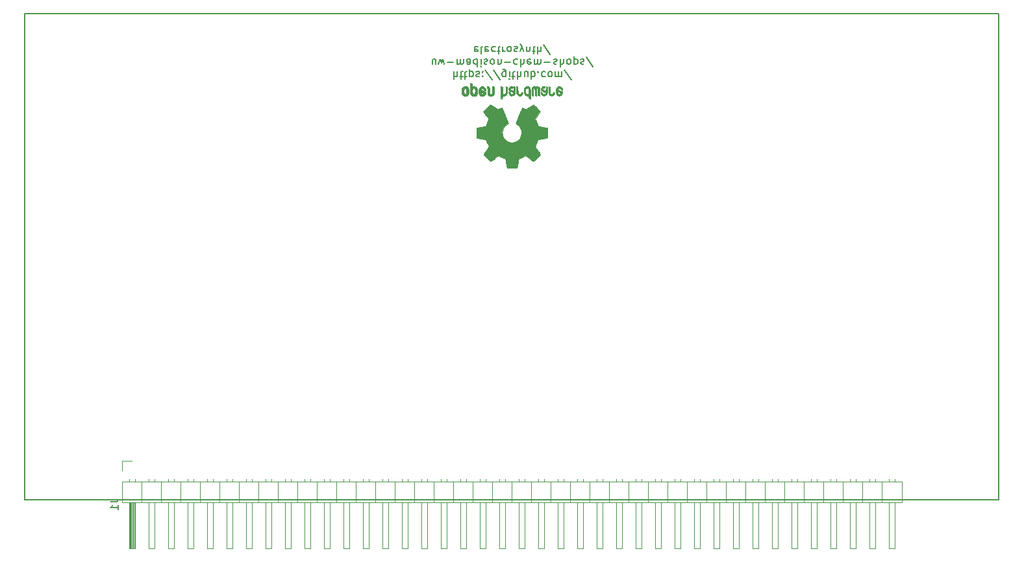
<source format=gbr>
G04 #@! TF.GenerationSoftware,KiCad,Pcbnew,5.99.0+really5.1.10+dfsg1-1+b1*
G04 #@! TF.CreationDate,2021-10-18T10:29:45-05:00*
G04 #@! TF.ProjectId,potentiosynth,706f7465-6e74-4696-9f73-796e74682e6b,C*
G04 #@! TF.SameCoordinates,Original*
G04 #@! TF.FileFunction,Legend,Bot*
G04 #@! TF.FilePolarity,Positive*
%FSLAX46Y46*%
G04 Gerber Fmt 4.6, Leading zero omitted, Abs format (unit mm)*
G04 Created by KiCad (PCBNEW 5.99.0+really5.1.10+dfsg1-1+b1) date 2021-10-18 10:29:45*
%MOMM*%
%LPD*%
G01*
G04 APERTURE LIST*
%ADD10C,0.150000*%
G04 #@! TA.AperFunction,Profile*
%ADD11C,0.150000*%
G04 #@! TD*
%ADD12C,0.010000*%
%ADD13C,0.120000*%
G04 APERTURE END LIST*
D10*
X106728571Y-71047619D02*
X106728571Y-72047619D01*
X107157142Y-71047619D02*
X107157142Y-71571428D01*
X107109523Y-71666666D01*
X107014285Y-71714285D01*
X106871428Y-71714285D01*
X106776190Y-71666666D01*
X106728571Y-71619047D01*
X107490476Y-71714285D02*
X107871428Y-71714285D01*
X107633333Y-72047619D02*
X107633333Y-71190476D01*
X107680952Y-71095238D01*
X107776190Y-71047619D01*
X107871428Y-71047619D01*
X108061904Y-71714285D02*
X108442857Y-71714285D01*
X108204761Y-72047619D02*
X108204761Y-71190476D01*
X108252380Y-71095238D01*
X108347619Y-71047619D01*
X108442857Y-71047619D01*
X108776190Y-71714285D02*
X108776190Y-70714285D01*
X108776190Y-71666666D02*
X108871428Y-71714285D01*
X109061904Y-71714285D01*
X109157142Y-71666666D01*
X109204761Y-71619047D01*
X109252380Y-71523809D01*
X109252380Y-71238095D01*
X109204761Y-71142857D01*
X109157142Y-71095238D01*
X109061904Y-71047619D01*
X108871428Y-71047619D01*
X108776190Y-71095238D01*
X109633333Y-71095238D02*
X109728571Y-71047619D01*
X109919047Y-71047619D01*
X110014285Y-71095238D01*
X110061904Y-71190476D01*
X110061904Y-71238095D01*
X110014285Y-71333333D01*
X109919047Y-71380952D01*
X109776190Y-71380952D01*
X109680952Y-71428571D01*
X109633333Y-71523809D01*
X109633333Y-71571428D01*
X109680952Y-71666666D01*
X109776190Y-71714285D01*
X109919047Y-71714285D01*
X110014285Y-71666666D01*
X110490476Y-71142857D02*
X110538095Y-71095238D01*
X110490476Y-71047619D01*
X110442857Y-71095238D01*
X110490476Y-71142857D01*
X110490476Y-71047619D01*
X110490476Y-71666666D02*
X110538095Y-71619047D01*
X110490476Y-71571428D01*
X110442857Y-71619047D01*
X110490476Y-71666666D01*
X110490476Y-71571428D01*
X111680952Y-72095238D02*
X110823809Y-70809523D01*
X112728571Y-72095238D02*
X111871428Y-70809523D01*
X113490476Y-71714285D02*
X113490476Y-70904761D01*
X113442857Y-70809523D01*
X113395238Y-70761904D01*
X113299999Y-70714285D01*
X113157142Y-70714285D01*
X113061904Y-70761904D01*
X113490476Y-71095238D02*
X113395238Y-71047619D01*
X113204761Y-71047619D01*
X113109523Y-71095238D01*
X113061904Y-71142857D01*
X113014285Y-71238095D01*
X113014285Y-71523809D01*
X113061904Y-71619047D01*
X113109523Y-71666666D01*
X113204761Y-71714285D01*
X113395238Y-71714285D01*
X113490476Y-71666666D01*
X113966666Y-71047619D02*
X113966666Y-71714285D01*
X113966666Y-72047619D02*
X113919047Y-72000000D01*
X113966666Y-71952380D01*
X114014285Y-72000000D01*
X113966666Y-72047619D01*
X113966666Y-71952380D01*
X114299999Y-71714285D02*
X114680952Y-71714285D01*
X114442857Y-72047619D02*
X114442857Y-71190476D01*
X114490476Y-71095238D01*
X114585714Y-71047619D01*
X114680952Y-71047619D01*
X115014285Y-71047619D02*
X115014285Y-72047619D01*
X115442857Y-71047619D02*
X115442857Y-71571428D01*
X115395238Y-71666666D01*
X115299999Y-71714285D01*
X115157142Y-71714285D01*
X115061904Y-71666666D01*
X115014285Y-71619047D01*
X116347619Y-71714285D02*
X116347619Y-71047619D01*
X115919047Y-71714285D02*
X115919047Y-71190476D01*
X115966666Y-71095238D01*
X116061904Y-71047619D01*
X116204761Y-71047619D01*
X116299999Y-71095238D01*
X116347619Y-71142857D01*
X116823809Y-71047619D02*
X116823809Y-72047619D01*
X116823809Y-71666666D02*
X116919047Y-71714285D01*
X117109523Y-71714285D01*
X117204761Y-71666666D01*
X117252380Y-71619047D01*
X117299999Y-71523809D01*
X117299999Y-71238095D01*
X117252380Y-71142857D01*
X117204761Y-71095238D01*
X117109523Y-71047619D01*
X116919047Y-71047619D01*
X116823809Y-71095238D01*
X117728571Y-71142857D02*
X117776190Y-71095238D01*
X117728571Y-71047619D01*
X117680952Y-71095238D01*
X117728571Y-71142857D01*
X117728571Y-71047619D01*
X118633333Y-71095238D02*
X118538095Y-71047619D01*
X118347619Y-71047619D01*
X118252380Y-71095238D01*
X118204761Y-71142857D01*
X118157142Y-71238095D01*
X118157142Y-71523809D01*
X118204761Y-71619047D01*
X118252380Y-71666666D01*
X118347619Y-71714285D01*
X118538095Y-71714285D01*
X118633333Y-71666666D01*
X119204761Y-71047619D02*
X119109523Y-71095238D01*
X119061904Y-71142857D01*
X119014285Y-71238095D01*
X119014285Y-71523809D01*
X119061904Y-71619047D01*
X119109523Y-71666666D01*
X119204761Y-71714285D01*
X119347619Y-71714285D01*
X119442857Y-71666666D01*
X119490476Y-71619047D01*
X119538095Y-71523809D01*
X119538095Y-71238095D01*
X119490476Y-71142857D01*
X119442857Y-71095238D01*
X119347619Y-71047619D01*
X119204761Y-71047619D01*
X119966666Y-71047619D02*
X119966666Y-71714285D01*
X119966666Y-71619047D02*
X120014285Y-71666666D01*
X120109523Y-71714285D01*
X120252380Y-71714285D01*
X120347619Y-71666666D01*
X120395238Y-71571428D01*
X120395238Y-71047619D01*
X120395238Y-71571428D02*
X120442857Y-71666666D01*
X120538095Y-71714285D01*
X120680952Y-71714285D01*
X120776190Y-71666666D01*
X120823809Y-71571428D01*
X120823809Y-71047619D01*
X122014285Y-72095238D02*
X121157142Y-70809523D01*
X104347619Y-70064285D02*
X104347619Y-69397619D01*
X103919047Y-70064285D02*
X103919047Y-69540476D01*
X103966666Y-69445238D01*
X104061904Y-69397619D01*
X104204761Y-69397619D01*
X104300000Y-69445238D01*
X104347619Y-69492857D01*
X104728571Y-70064285D02*
X104919047Y-69397619D01*
X105109523Y-69873809D01*
X105300000Y-69397619D01*
X105490476Y-70064285D01*
X105871428Y-69778571D02*
X106633333Y-69778571D01*
X107109523Y-69397619D02*
X107109523Y-70064285D01*
X107109523Y-69969047D02*
X107157142Y-70016666D01*
X107252380Y-70064285D01*
X107395238Y-70064285D01*
X107490476Y-70016666D01*
X107538095Y-69921428D01*
X107538095Y-69397619D01*
X107538095Y-69921428D02*
X107585714Y-70016666D01*
X107680952Y-70064285D01*
X107823809Y-70064285D01*
X107919047Y-70016666D01*
X107966666Y-69921428D01*
X107966666Y-69397619D01*
X108871428Y-69397619D02*
X108871428Y-69921428D01*
X108823809Y-70016666D01*
X108728571Y-70064285D01*
X108538095Y-70064285D01*
X108442857Y-70016666D01*
X108871428Y-69445238D02*
X108776190Y-69397619D01*
X108538095Y-69397619D01*
X108442857Y-69445238D01*
X108395238Y-69540476D01*
X108395238Y-69635714D01*
X108442857Y-69730952D01*
X108538095Y-69778571D01*
X108776190Y-69778571D01*
X108871428Y-69826190D01*
X109776190Y-69397619D02*
X109776190Y-70397619D01*
X109776190Y-69445238D02*
X109680952Y-69397619D01*
X109490476Y-69397619D01*
X109395238Y-69445238D01*
X109347619Y-69492857D01*
X109300000Y-69588095D01*
X109300000Y-69873809D01*
X109347619Y-69969047D01*
X109395238Y-70016666D01*
X109490476Y-70064285D01*
X109680952Y-70064285D01*
X109776190Y-70016666D01*
X110252380Y-69397619D02*
X110252380Y-70064285D01*
X110252380Y-70397619D02*
X110204761Y-70350000D01*
X110252380Y-70302380D01*
X110300000Y-70350000D01*
X110252380Y-70397619D01*
X110252380Y-70302380D01*
X110680952Y-69445238D02*
X110776190Y-69397619D01*
X110966666Y-69397619D01*
X111061904Y-69445238D01*
X111109523Y-69540476D01*
X111109523Y-69588095D01*
X111061904Y-69683333D01*
X110966666Y-69730952D01*
X110823809Y-69730952D01*
X110728571Y-69778571D01*
X110680952Y-69873809D01*
X110680952Y-69921428D01*
X110728571Y-70016666D01*
X110823809Y-70064285D01*
X110966666Y-70064285D01*
X111061904Y-70016666D01*
X111680952Y-69397619D02*
X111585714Y-69445238D01*
X111538095Y-69492857D01*
X111490476Y-69588095D01*
X111490476Y-69873809D01*
X111538095Y-69969047D01*
X111585714Y-70016666D01*
X111680952Y-70064285D01*
X111823809Y-70064285D01*
X111919047Y-70016666D01*
X111966666Y-69969047D01*
X112014285Y-69873809D01*
X112014285Y-69588095D01*
X111966666Y-69492857D01*
X111919047Y-69445238D01*
X111823809Y-69397619D01*
X111680952Y-69397619D01*
X112442857Y-70064285D02*
X112442857Y-69397619D01*
X112442857Y-69969047D02*
X112490476Y-70016666D01*
X112585714Y-70064285D01*
X112728571Y-70064285D01*
X112823809Y-70016666D01*
X112871428Y-69921428D01*
X112871428Y-69397619D01*
X113347619Y-69778571D02*
X114109523Y-69778571D01*
X115014285Y-69445238D02*
X114919047Y-69397619D01*
X114728571Y-69397619D01*
X114633333Y-69445238D01*
X114585714Y-69492857D01*
X114538095Y-69588095D01*
X114538095Y-69873809D01*
X114585714Y-69969047D01*
X114633333Y-70016666D01*
X114728571Y-70064285D01*
X114919047Y-70064285D01*
X115014285Y-70016666D01*
X115442857Y-69397619D02*
X115442857Y-70397619D01*
X115871428Y-69397619D02*
X115871428Y-69921428D01*
X115823809Y-70016666D01*
X115728571Y-70064285D01*
X115585714Y-70064285D01*
X115490476Y-70016666D01*
X115442857Y-69969047D01*
X116728571Y-69445238D02*
X116633333Y-69397619D01*
X116442857Y-69397619D01*
X116347619Y-69445238D01*
X116300000Y-69540476D01*
X116300000Y-69921428D01*
X116347619Y-70016666D01*
X116442857Y-70064285D01*
X116633333Y-70064285D01*
X116728571Y-70016666D01*
X116776190Y-69921428D01*
X116776190Y-69826190D01*
X116300000Y-69730952D01*
X117204761Y-69397619D02*
X117204761Y-70064285D01*
X117204761Y-69969047D02*
X117252380Y-70016666D01*
X117347619Y-70064285D01*
X117490476Y-70064285D01*
X117585714Y-70016666D01*
X117633333Y-69921428D01*
X117633333Y-69397619D01*
X117633333Y-69921428D02*
X117680952Y-70016666D01*
X117776190Y-70064285D01*
X117919047Y-70064285D01*
X118014285Y-70016666D01*
X118061904Y-69921428D01*
X118061904Y-69397619D01*
X118538095Y-69778571D02*
X119300000Y-69778571D01*
X119728571Y-69445238D02*
X119823809Y-69397619D01*
X120014285Y-69397619D01*
X120109523Y-69445238D01*
X120157142Y-69540476D01*
X120157142Y-69588095D01*
X120109523Y-69683333D01*
X120014285Y-69730952D01*
X119871428Y-69730952D01*
X119776190Y-69778571D01*
X119728571Y-69873809D01*
X119728571Y-69921428D01*
X119776190Y-70016666D01*
X119871428Y-70064285D01*
X120014285Y-70064285D01*
X120109523Y-70016666D01*
X120585714Y-69397619D02*
X120585714Y-70397619D01*
X121014285Y-69397619D02*
X121014285Y-69921428D01*
X120966666Y-70016666D01*
X120871428Y-70064285D01*
X120728571Y-70064285D01*
X120633333Y-70016666D01*
X120585714Y-69969047D01*
X121633333Y-69397619D02*
X121538095Y-69445238D01*
X121490476Y-69492857D01*
X121442857Y-69588095D01*
X121442857Y-69873809D01*
X121490476Y-69969047D01*
X121538095Y-70016666D01*
X121633333Y-70064285D01*
X121776190Y-70064285D01*
X121871428Y-70016666D01*
X121919047Y-69969047D01*
X121966666Y-69873809D01*
X121966666Y-69588095D01*
X121919047Y-69492857D01*
X121871428Y-69445238D01*
X121776190Y-69397619D01*
X121633333Y-69397619D01*
X122395238Y-70064285D02*
X122395238Y-69064285D01*
X122395238Y-70016666D02*
X122490476Y-70064285D01*
X122680952Y-70064285D01*
X122776190Y-70016666D01*
X122823809Y-69969047D01*
X122871428Y-69873809D01*
X122871428Y-69588095D01*
X122823809Y-69492857D01*
X122776190Y-69445238D01*
X122680952Y-69397619D01*
X122490476Y-69397619D01*
X122395238Y-69445238D01*
X123252380Y-69445238D02*
X123347619Y-69397619D01*
X123538095Y-69397619D01*
X123633333Y-69445238D01*
X123680952Y-69540476D01*
X123680952Y-69588095D01*
X123633333Y-69683333D01*
X123538095Y-69730952D01*
X123395238Y-69730952D01*
X123300000Y-69778571D01*
X123252380Y-69873809D01*
X123252380Y-69921428D01*
X123300000Y-70016666D01*
X123395238Y-70064285D01*
X123538095Y-70064285D01*
X123633333Y-70016666D01*
X124823809Y-70445238D02*
X123966666Y-69159523D01*
X109823809Y-67795238D02*
X109728571Y-67747619D01*
X109538095Y-67747619D01*
X109442857Y-67795238D01*
X109395238Y-67890476D01*
X109395238Y-68271428D01*
X109442857Y-68366666D01*
X109538095Y-68414285D01*
X109728571Y-68414285D01*
X109823809Y-68366666D01*
X109871428Y-68271428D01*
X109871428Y-68176190D01*
X109395238Y-68080952D01*
X110442857Y-67747619D02*
X110347619Y-67795238D01*
X110300000Y-67890476D01*
X110300000Y-68747619D01*
X111204761Y-67795238D02*
X111109523Y-67747619D01*
X110919047Y-67747619D01*
X110823809Y-67795238D01*
X110776190Y-67890476D01*
X110776190Y-68271428D01*
X110823809Y-68366666D01*
X110919047Y-68414285D01*
X111109523Y-68414285D01*
X111204761Y-68366666D01*
X111252380Y-68271428D01*
X111252380Y-68176190D01*
X110776190Y-68080952D01*
X112109523Y-67795238D02*
X112014285Y-67747619D01*
X111823809Y-67747619D01*
X111728571Y-67795238D01*
X111680952Y-67842857D01*
X111633333Y-67938095D01*
X111633333Y-68223809D01*
X111680952Y-68319047D01*
X111728571Y-68366666D01*
X111823809Y-68414285D01*
X112014285Y-68414285D01*
X112109523Y-68366666D01*
X112395238Y-68414285D02*
X112776190Y-68414285D01*
X112538095Y-68747619D02*
X112538095Y-67890476D01*
X112585714Y-67795238D01*
X112680952Y-67747619D01*
X112776190Y-67747619D01*
X113109523Y-67747619D02*
X113109523Y-68414285D01*
X113109523Y-68223809D02*
X113157142Y-68319047D01*
X113204761Y-68366666D01*
X113299999Y-68414285D01*
X113395238Y-68414285D01*
X113871428Y-67747619D02*
X113776190Y-67795238D01*
X113728571Y-67842857D01*
X113680952Y-67938095D01*
X113680952Y-68223809D01*
X113728571Y-68319047D01*
X113776190Y-68366666D01*
X113871428Y-68414285D01*
X114014285Y-68414285D01*
X114109523Y-68366666D01*
X114157142Y-68319047D01*
X114204761Y-68223809D01*
X114204761Y-67938095D01*
X114157142Y-67842857D01*
X114109523Y-67795238D01*
X114014285Y-67747619D01*
X113871428Y-67747619D01*
X114585714Y-67795238D02*
X114680952Y-67747619D01*
X114871428Y-67747619D01*
X114966666Y-67795238D01*
X115014285Y-67890476D01*
X115014285Y-67938095D01*
X114966666Y-68033333D01*
X114871428Y-68080952D01*
X114728571Y-68080952D01*
X114633333Y-68128571D01*
X114585714Y-68223809D01*
X114585714Y-68271428D01*
X114633333Y-68366666D01*
X114728571Y-68414285D01*
X114871428Y-68414285D01*
X114966666Y-68366666D01*
X115347619Y-68414285D02*
X115585714Y-67747619D01*
X115823809Y-68414285D02*
X115585714Y-67747619D01*
X115490476Y-67509523D01*
X115442857Y-67461904D01*
X115347619Y-67414285D01*
X116204761Y-68414285D02*
X116204761Y-67747619D01*
X116204761Y-68319047D02*
X116252380Y-68366666D01*
X116347619Y-68414285D01*
X116490476Y-68414285D01*
X116585714Y-68366666D01*
X116633333Y-68271428D01*
X116633333Y-67747619D01*
X116966666Y-68414285D02*
X117347619Y-68414285D01*
X117109523Y-68747619D02*
X117109523Y-67890476D01*
X117157142Y-67795238D01*
X117252380Y-67747619D01*
X117347619Y-67747619D01*
X117680952Y-67747619D02*
X117680952Y-68747619D01*
X118109523Y-67747619D02*
X118109523Y-68271428D01*
X118061904Y-68366666D01*
X117966666Y-68414285D01*
X117823809Y-68414285D01*
X117728571Y-68366666D01*
X117680952Y-68319047D01*
X119300000Y-68795238D02*
X118442857Y-67509523D01*
D11*
X50800000Y-127000000D02*
X177800000Y-127000000D01*
X50800000Y-63500000D02*
X177800000Y-63500000D01*
X50800000Y-127000000D02*
X50800000Y-63500000D01*
X177800000Y-127000000D02*
X177800000Y-63500000D01*
D12*
G36*
X109471900Y-74243097D02*
G01*
X109583450Y-74187478D01*
X109681908Y-74085069D01*
X109709023Y-74047136D01*
X109738562Y-73997500D01*
X109757728Y-73943588D01*
X109768693Y-73871636D01*
X109773629Y-73767878D01*
X109774713Y-73630899D01*
X109769818Y-73443185D01*
X109752804Y-73302242D01*
X109720177Y-73197092D01*
X109668442Y-73116757D01*
X109594104Y-73050259D01*
X109588642Y-73046322D01*
X109515380Y-73006047D01*
X109427160Y-72986120D01*
X109314962Y-72981207D01*
X109132567Y-72981207D01*
X109132491Y-72804143D01*
X109130793Y-72705530D01*
X109120450Y-72647686D01*
X109093422Y-72612994D01*
X109041668Y-72583836D01*
X109029239Y-72577879D01*
X108971077Y-72549961D01*
X108926044Y-72532328D01*
X108892559Y-72530806D01*
X108869038Y-72551219D01*
X108853900Y-72599393D01*
X108845563Y-72681154D01*
X108842444Y-72802328D01*
X108842960Y-72968740D01*
X108845529Y-73186215D01*
X108846332Y-73251264D01*
X108849222Y-73475498D01*
X108851812Y-73622179D01*
X109132414Y-73622179D01*
X109133991Y-73497674D01*
X109141000Y-73416213D01*
X109156858Y-73362485D01*
X109184981Y-73321177D01*
X109204075Y-73301029D01*
X109282135Y-73242079D01*
X109351247Y-73237280D01*
X109422560Y-73285962D01*
X109424368Y-73287759D01*
X109453383Y-73325382D01*
X109471033Y-73376516D01*
X109479936Y-73455262D01*
X109482709Y-73575724D01*
X109482759Y-73602412D01*
X109476058Y-73768417D01*
X109454248Y-73883495D01*
X109414765Y-73953746D01*
X109355044Y-73985271D01*
X109320528Y-73988448D01*
X109238611Y-73973540D01*
X109182421Y-73924452D01*
X109148598Y-73834638D01*
X109133780Y-73697555D01*
X109132414Y-73622179D01*
X108851812Y-73622179D01*
X108852287Y-73649048D01*
X108856247Y-73779618D01*
X108861826Y-73874913D01*
X108869746Y-73942636D01*
X108880731Y-73990493D01*
X108895501Y-74026187D01*
X108914782Y-74057422D01*
X108923049Y-74069176D01*
X109032712Y-74180203D01*
X109171365Y-74243153D01*
X109331754Y-74260703D01*
X109471900Y-74243097D01*
G37*
X109471900Y-74243097D02*
X109583450Y-74187478D01*
X109681908Y-74085069D01*
X109709023Y-74047136D01*
X109738562Y-73997500D01*
X109757728Y-73943588D01*
X109768693Y-73871636D01*
X109773629Y-73767878D01*
X109774713Y-73630899D01*
X109769818Y-73443185D01*
X109752804Y-73302242D01*
X109720177Y-73197092D01*
X109668442Y-73116757D01*
X109594104Y-73050259D01*
X109588642Y-73046322D01*
X109515380Y-73006047D01*
X109427160Y-72986120D01*
X109314962Y-72981207D01*
X109132567Y-72981207D01*
X109132491Y-72804143D01*
X109130793Y-72705530D01*
X109120450Y-72647686D01*
X109093422Y-72612994D01*
X109041668Y-72583836D01*
X109029239Y-72577879D01*
X108971077Y-72549961D01*
X108926044Y-72532328D01*
X108892559Y-72530806D01*
X108869038Y-72551219D01*
X108853900Y-72599393D01*
X108845563Y-72681154D01*
X108842444Y-72802328D01*
X108842960Y-72968740D01*
X108845529Y-73186215D01*
X108846332Y-73251264D01*
X108849222Y-73475498D01*
X108851812Y-73622179D01*
X109132414Y-73622179D01*
X109133991Y-73497674D01*
X109141000Y-73416213D01*
X109156858Y-73362485D01*
X109184981Y-73321177D01*
X109204075Y-73301029D01*
X109282135Y-73242079D01*
X109351247Y-73237280D01*
X109422560Y-73285962D01*
X109424368Y-73287759D01*
X109453383Y-73325382D01*
X109471033Y-73376516D01*
X109479936Y-73455262D01*
X109482709Y-73575724D01*
X109482759Y-73602412D01*
X109476058Y-73768417D01*
X109454248Y-73883495D01*
X109414765Y-73953746D01*
X109355044Y-73985271D01*
X109320528Y-73988448D01*
X109238611Y-73973540D01*
X109182421Y-73924452D01*
X109148598Y-73834638D01*
X109133780Y-73697555D01*
X109132414Y-73622179D01*
X108851812Y-73622179D01*
X108852287Y-73649048D01*
X108856247Y-73779618D01*
X108861826Y-73874913D01*
X108869746Y-73942636D01*
X108880731Y-73990493D01*
X108895501Y-74026187D01*
X108914782Y-74057422D01*
X108923049Y-74069176D01*
X109032712Y-74180203D01*
X109171365Y-74243153D01*
X109331754Y-74260703D01*
X109471900Y-74243097D01*
G36*
X111717429Y-74227281D02*
G01*
X111811123Y-74173086D01*
X111876264Y-74119293D01*
X111923907Y-74062934D01*
X111956728Y-73994013D01*
X111977406Y-73902532D01*
X111988620Y-73778494D01*
X111993049Y-73611902D01*
X111993563Y-73492149D01*
X111993563Y-73051341D01*
X111869483Y-72995717D01*
X111745402Y-72940093D01*
X111730805Y-73422905D01*
X111724773Y-73603221D01*
X111718445Y-73734099D01*
X111710606Y-73824489D01*
X111700037Y-73883336D01*
X111685523Y-73919587D01*
X111665848Y-73942190D01*
X111659535Y-73947083D01*
X111563888Y-73985294D01*
X111467207Y-73970173D01*
X111409655Y-73930057D01*
X111386245Y-73901630D01*
X111370039Y-73864328D01*
X111359741Y-73807777D01*
X111354049Y-73721606D01*
X111351664Y-73595442D01*
X111351264Y-73463958D01*
X111351186Y-73299001D01*
X111348361Y-73182239D01*
X111338907Y-73103490D01*
X111318940Y-73052569D01*
X111284576Y-73019294D01*
X111231932Y-72993480D01*
X111161617Y-72966656D01*
X111084820Y-72937458D01*
X111093962Y-73455654D01*
X111097643Y-73642461D01*
X111101950Y-73780510D01*
X111108123Y-73879432D01*
X111117402Y-73948855D01*
X111131027Y-73998410D01*
X111150239Y-74037727D01*
X111173402Y-74072416D01*
X111285152Y-74183230D01*
X111421513Y-74247311D01*
X111569825Y-74262661D01*
X111717429Y-74227281D01*
G37*
X111717429Y-74227281D02*
X111811123Y-74173086D01*
X111876264Y-74119293D01*
X111923907Y-74062934D01*
X111956728Y-73994013D01*
X111977406Y-73902532D01*
X111988620Y-73778494D01*
X111993049Y-73611902D01*
X111993563Y-73492149D01*
X111993563Y-73051341D01*
X111869483Y-72995717D01*
X111745402Y-72940093D01*
X111730805Y-73422905D01*
X111724773Y-73603221D01*
X111718445Y-73734099D01*
X111710606Y-73824489D01*
X111700037Y-73883336D01*
X111685523Y-73919587D01*
X111665848Y-73942190D01*
X111659535Y-73947083D01*
X111563888Y-73985294D01*
X111467207Y-73970173D01*
X111409655Y-73930057D01*
X111386245Y-73901630D01*
X111370039Y-73864328D01*
X111359741Y-73807777D01*
X111354049Y-73721606D01*
X111351664Y-73595442D01*
X111351264Y-73463958D01*
X111351186Y-73299001D01*
X111348361Y-73182239D01*
X111338907Y-73103490D01*
X111318940Y-73052569D01*
X111284576Y-73019294D01*
X111231932Y-72993480D01*
X111161617Y-72966656D01*
X111084820Y-72937458D01*
X111093962Y-73455654D01*
X111097643Y-73642461D01*
X111101950Y-73780510D01*
X111108123Y-73879432D01*
X111117402Y-73948855D01*
X111131027Y-73998410D01*
X111150239Y-74037727D01*
X111173402Y-74072416D01*
X111285152Y-74183230D01*
X111421513Y-74247311D01*
X111569825Y-74262661D01*
X111717429Y-74227281D01*
G36*
X108348221Y-74238985D02*
G01*
X108485061Y-74167032D01*
X108586051Y-74051234D01*
X108621925Y-73976787D01*
X108649839Y-73865008D01*
X108664129Y-73723773D01*
X108665484Y-73569629D01*
X108654595Y-73419121D01*
X108632153Y-73288795D01*
X108598850Y-73195197D01*
X108588615Y-73179078D01*
X108467382Y-73058751D01*
X108323387Y-72986683D01*
X108167139Y-72965592D01*
X108009148Y-72998198D01*
X107965180Y-73017747D01*
X107879556Y-73077988D01*
X107804408Y-73157865D01*
X107797306Y-73167996D01*
X107768439Y-73216819D01*
X107749357Y-73269010D01*
X107738084Y-73337715D01*
X107732645Y-73436082D01*
X107731062Y-73577256D01*
X107731035Y-73608908D01*
X107731107Y-73618981D01*
X108022989Y-73618981D01*
X108024687Y-73485744D01*
X108031372Y-73397326D01*
X108045425Y-73340215D01*
X108069229Y-73300898D01*
X108081379Y-73287759D01*
X108151236Y-73237828D01*
X108219059Y-73240105D01*
X108287635Y-73283416D01*
X108328535Y-73329654D01*
X108352758Y-73397143D01*
X108366361Y-73503567D01*
X108367294Y-73515980D01*
X108369616Y-73708853D01*
X108345350Y-73852100D01*
X108294824Y-73944840D01*
X108218368Y-73986193D01*
X108191076Y-73988448D01*
X108119411Y-73977107D01*
X108070390Y-73937816D01*
X108040418Y-73862674D01*
X108025899Y-73743778D01*
X108022989Y-73618981D01*
X107731107Y-73618981D01*
X107732122Y-73759341D01*
X107736688Y-73864451D01*
X107746688Y-73937286D01*
X107764079Y-73990892D01*
X107790816Y-74038319D01*
X107796724Y-74047136D01*
X107896032Y-74165993D01*
X108004242Y-74234992D01*
X108135981Y-74262381D01*
X108180717Y-74263719D01*
X108348221Y-74238985D01*
G37*
X108348221Y-74238985D02*
X108485061Y-74167032D01*
X108586051Y-74051234D01*
X108621925Y-73976787D01*
X108649839Y-73865008D01*
X108664129Y-73723773D01*
X108665484Y-73569629D01*
X108654595Y-73419121D01*
X108632153Y-73288795D01*
X108598850Y-73195197D01*
X108588615Y-73179078D01*
X108467382Y-73058751D01*
X108323387Y-72986683D01*
X108167139Y-72965592D01*
X108009148Y-72998198D01*
X107965180Y-73017747D01*
X107879556Y-73077988D01*
X107804408Y-73157865D01*
X107797306Y-73167996D01*
X107768439Y-73216819D01*
X107749357Y-73269010D01*
X107738084Y-73337715D01*
X107732645Y-73436082D01*
X107731062Y-73577256D01*
X107731035Y-73608908D01*
X107731107Y-73618981D01*
X108022989Y-73618981D01*
X108024687Y-73485744D01*
X108031372Y-73397326D01*
X108045425Y-73340215D01*
X108069229Y-73300898D01*
X108081379Y-73287759D01*
X108151236Y-73237828D01*
X108219059Y-73240105D01*
X108287635Y-73283416D01*
X108328535Y-73329654D01*
X108352758Y-73397143D01*
X108366361Y-73503567D01*
X108367294Y-73515980D01*
X108369616Y-73708853D01*
X108345350Y-73852100D01*
X108294824Y-73944840D01*
X108218368Y-73986193D01*
X108191076Y-73988448D01*
X108119411Y-73977107D01*
X108070390Y-73937816D01*
X108040418Y-73862674D01*
X108025899Y-73743778D01*
X108022989Y-73618981D01*
X107731107Y-73618981D01*
X107732122Y-73759341D01*
X107736688Y-73864451D01*
X107746688Y-73937286D01*
X107764079Y-73990892D01*
X107790816Y-74038319D01*
X107796724Y-74047136D01*
X107896032Y-74165993D01*
X108004242Y-74234992D01*
X108135981Y-74262381D01*
X108180717Y-74263719D01*
X108348221Y-74238985D01*
G36*
X110615552Y-74220324D02*
G01*
X110730658Y-74142889D01*
X110819611Y-74031051D01*
X110872749Y-73888735D01*
X110883497Y-73783985D01*
X110882276Y-73740274D01*
X110872056Y-73706806D01*
X110843961Y-73676821D01*
X110789116Y-73643560D01*
X110698645Y-73600262D01*
X110563672Y-73540167D01*
X110562989Y-73539866D01*
X110438751Y-73482963D01*
X110336873Y-73432435D01*
X110267767Y-73393720D01*
X110241846Y-73372260D01*
X110241839Y-73372087D01*
X110264685Y-73325356D01*
X110318109Y-73273846D01*
X110379442Y-73236739D01*
X110410515Y-73229368D01*
X110495289Y-73254862D01*
X110568293Y-73318709D01*
X110603913Y-73388906D01*
X110638180Y-73440657D01*
X110705303Y-73499591D01*
X110784208Y-73550504D01*
X110853821Y-73578191D01*
X110868377Y-73579713D01*
X110884763Y-73554679D01*
X110885750Y-73490689D01*
X110873708Y-73404407D01*
X110851007Y-73312499D01*
X110820014Y-73231631D01*
X110818448Y-73228491D01*
X110725181Y-73098266D01*
X110604304Y-73009689D01*
X110467027Y-72966214D01*
X110324560Y-72971294D01*
X110188112Y-73028384D01*
X110182045Y-73032398D01*
X110074710Y-73129674D01*
X110004132Y-73256591D01*
X109965074Y-73423474D01*
X109959832Y-73470361D01*
X109950548Y-73691671D01*
X109961678Y-73794876D01*
X110241839Y-73794876D01*
X110245479Y-73730497D01*
X110265389Y-73711709D01*
X110315026Y-73725765D01*
X110393267Y-73758991D01*
X110480726Y-73800641D01*
X110482899Y-73801744D01*
X110557030Y-73840735D01*
X110586781Y-73866756D01*
X110579445Y-73894035D01*
X110548553Y-73929879D01*
X110469960Y-73981749D01*
X110385323Y-73985561D01*
X110309403Y-73947811D01*
X110256965Y-73874999D01*
X110241839Y-73794876D01*
X109961678Y-73794876D01*
X109969644Y-73868739D01*
X110018634Y-74009171D01*
X110086836Y-74107553D01*
X110209935Y-74206970D01*
X110345528Y-74256289D01*
X110483955Y-74259432D01*
X110615552Y-74220324D01*
G37*
X110615552Y-74220324D02*
X110730658Y-74142889D01*
X110819611Y-74031051D01*
X110872749Y-73888735D01*
X110883497Y-73783985D01*
X110882276Y-73740274D01*
X110872056Y-73706806D01*
X110843961Y-73676821D01*
X110789116Y-73643560D01*
X110698645Y-73600262D01*
X110563672Y-73540167D01*
X110562989Y-73539866D01*
X110438751Y-73482963D01*
X110336873Y-73432435D01*
X110267767Y-73393720D01*
X110241846Y-73372260D01*
X110241839Y-73372087D01*
X110264685Y-73325356D01*
X110318109Y-73273846D01*
X110379442Y-73236739D01*
X110410515Y-73229368D01*
X110495289Y-73254862D01*
X110568293Y-73318709D01*
X110603913Y-73388906D01*
X110638180Y-73440657D01*
X110705303Y-73499591D01*
X110784208Y-73550504D01*
X110853821Y-73578191D01*
X110868377Y-73579713D01*
X110884763Y-73554679D01*
X110885750Y-73490689D01*
X110873708Y-73404407D01*
X110851007Y-73312499D01*
X110820014Y-73231631D01*
X110818448Y-73228491D01*
X110725181Y-73098266D01*
X110604304Y-73009689D01*
X110467027Y-72966214D01*
X110324560Y-72971294D01*
X110188112Y-73028384D01*
X110182045Y-73032398D01*
X110074710Y-73129674D01*
X110004132Y-73256591D01*
X109965074Y-73423474D01*
X109959832Y-73470361D01*
X109950548Y-73691671D01*
X109961678Y-73794876D01*
X110241839Y-73794876D01*
X110245479Y-73730497D01*
X110265389Y-73711709D01*
X110315026Y-73725765D01*
X110393267Y-73758991D01*
X110480726Y-73800641D01*
X110482899Y-73801744D01*
X110557030Y-73840735D01*
X110586781Y-73866756D01*
X110579445Y-73894035D01*
X110548553Y-73929879D01*
X110469960Y-73981749D01*
X110385323Y-73985561D01*
X110309403Y-73947811D01*
X110256965Y-73874999D01*
X110241839Y-73794876D01*
X109961678Y-73794876D01*
X109969644Y-73868739D01*
X110018634Y-74009171D01*
X110086836Y-74107553D01*
X110209935Y-74206970D01*
X110345528Y-74256289D01*
X110483955Y-74259432D01*
X110615552Y-74220324D01*
G36*
X113044598Y-74381143D02*
G01*
X113053154Y-74261812D01*
X113062981Y-74191494D01*
X113076599Y-74160821D01*
X113096527Y-74160429D01*
X113102989Y-74164090D01*
X113188940Y-74190602D01*
X113300745Y-74189054D01*
X113414414Y-74161801D01*
X113485510Y-74126545D01*
X113558405Y-74070222D01*
X113611693Y-74006481D01*
X113648275Y-73925490D01*
X113671050Y-73817414D01*
X113682919Y-73672420D01*
X113686782Y-73480674D01*
X113686851Y-73443891D01*
X113686897Y-73030712D01*
X113594954Y-72998661D01*
X113529652Y-72976856D01*
X113493824Y-72966703D01*
X113492770Y-72966609D01*
X113489242Y-72994140D01*
X113486239Y-73070077D01*
X113483990Y-73184435D01*
X113482724Y-73327231D01*
X113482529Y-73414049D01*
X113482123Y-73585227D01*
X113480032Y-73707912D01*
X113474947Y-73792000D01*
X113465560Y-73847386D01*
X113450561Y-73883968D01*
X113428642Y-73911641D01*
X113414957Y-73924968D01*
X113320949Y-73978672D01*
X113218364Y-73982693D01*
X113125290Y-73937275D01*
X113108078Y-73920877D01*
X113082832Y-73890043D01*
X113065320Y-73853469D01*
X113054142Y-73800585D01*
X113047896Y-73720823D01*
X113045182Y-73603615D01*
X113044598Y-73442009D01*
X113044598Y-73030712D01*
X112952655Y-72998661D01*
X112887353Y-72976856D01*
X112851525Y-72966703D01*
X112850471Y-72966609D01*
X112847775Y-72994552D01*
X112845345Y-73073370D01*
X112843278Y-73195547D01*
X112841671Y-73353568D01*
X112840623Y-73539917D01*
X112840231Y-73747080D01*
X112840230Y-73756294D01*
X112840230Y-74545980D01*
X112935115Y-74586003D01*
X113030000Y-74626027D01*
X113044598Y-74381143D01*
G37*
X113044598Y-74381143D02*
X113053154Y-74261812D01*
X113062981Y-74191494D01*
X113076599Y-74160821D01*
X113096527Y-74160429D01*
X113102989Y-74164090D01*
X113188940Y-74190602D01*
X113300745Y-74189054D01*
X113414414Y-74161801D01*
X113485510Y-74126545D01*
X113558405Y-74070222D01*
X113611693Y-74006481D01*
X113648275Y-73925490D01*
X113671050Y-73817414D01*
X113682919Y-73672420D01*
X113686782Y-73480674D01*
X113686851Y-73443891D01*
X113686897Y-73030712D01*
X113594954Y-72998661D01*
X113529652Y-72976856D01*
X113493824Y-72966703D01*
X113492770Y-72966609D01*
X113489242Y-72994140D01*
X113486239Y-73070077D01*
X113483990Y-73184435D01*
X113482724Y-73327231D01*
X113482529Y-73414049D01*
X113482123Y-73585227D01*
X113480032Y-73707912D01*
X113474947Y-73792000D01*
X113465560Y-73847386D01*
X113450561Y-73883968D01*
X113428642Y-73911641D01*
X113414957Y-73924968D01*
X113320949Y-73978672D01*
X113218364Y-73982693D01*
X113125290Y-73937275D01*
X113108078Y-73920877D01*
X113082832Y-73890043D01*
X113065320Y-73853469D01*
X113054142Y-73800585D01*
X113047896Y-73720823D01*
X113045182Y-73603615D01*
X113044598Y-73442009D01*
X113044598Y-73030712D01*
X112952655Y-72998661D01*
X112887353Y-72976856D01*
X112851525Y-72966703D01*
X112850471Y-72966609D01*
X112847775Y-72994552D01*
X112845345Y-73073370D01*
X112843278Y-73195547D01*
X112841671Y-73353568D01*
X112840623Y-73539917D01*
X112840231Y-73747080D01*
X112840230Y-73756294D01*
X112840230Y-74545980D01*
X112935115Y-74586003D01*
X113030000Y-74626027D01*
X113044598Y-74381143D01*
G36*
X114379944Y-74180640D02*
G01*
X114494343Y-74138158D01*
X114495652Y-74137342D01*
X114566403Y-74085270D01*
X114618636Y-74024416D01*
X114655371Y-73945113D01*
X114679634Y-73837691D01*
X114694445Y-73692483D01*
X114702829Y-73499821D01*
X114703564Y-73472372D01*
X114714120Y-73058479D01*
X114625291Y-73012544D01*
X114561018Y-72981502D01*
X114522210Y-72966794D01*
X114520415Y-72966609D01*
X114513700Y-72993750D01*
X114508365Y-73066959D01*
X114505083Y-73173919D01*
X114504368Y-73260531D01*
X114504351Y-73400838D01*
X114497937Y-73488949D01*
X114475580Y-73530975D01*
X114427732Y-73533025D01*
X114344849Y-73501210D01*
X114219713Y-73442728D01*
X114127697Y-73394155D01*
X114080371Y-73352014D01*
X114066458Y-73306084D01*
X114066437Y-73303811D01*
X114089395Y-73224689D01*
X114157370Y-73181945D01*
X114261398Y-73175754D01*
X114336330Y-73176828D01*
X114375839Y-73155247D01*
X114400478Y-73103409D01*
X114414659Y-73037368D01*
X114394223Y-72999896D01*
X114386528Y-72994533D01*
X114314083Y-72972994D01*
X114212633Y-72969945D01*
X114108157Y-72984222D01*
X114034125Y-73010312D01*
X113931772Y-73097215D01*
X113873591Y-73218184D01*
X113862069Y-73312692D01*
X113870862Y-73397938D01*
X113902680Y-73467524D01*
X113965684Y-73529328D01*
X114068031Y-73591228D01*
X114217882Y-73661103D01*
X114227012Y-73665052D01*
X114361997Y-73727412D01*
X114445294Y-73778554D01*
X114480997Y-73824512D01*
X114473203Y-73871317D01*
X114426007Y-73925002D01*
X114411894Y-73937356D01*
X114317359Y-73985259D01*
X114219406Y-73983242D01*
X114134097Y-73936276D01*
X114077496Y-73849331D01*
X114072237Y-73832266D01*
X114021023Y-73749496D01*
X113956037Y-73709628D01*
X113862069Y-73670118D01*
X113862069Y-73772342D01*
X113890653Y-73920928D01*
X113975495Y-74057216D01*
X114019645Y-74102809D01*
X114120005Y-74161326D01*
X114247635Y-74187816D01*
X114379944Y-74180640D01*
G37*
X114379944Y-74180640D02*
X114494343Y-74138158D01*
X114495652Y-74137342D01*
X114566403Y-74085270D01*
X114618636Y-74024416D01*
X114655371Y-73945113D01*
X114679634Y-73837691D01*
X114694445Y-73692483D01*
X114702829Y-73499821D01*
X114703564Y-73472372D01*
X114714120Y-73058479D01*
X114625291Y-73012544D01*
X114561018Y-72981502D01*
X114522210Y-72966794D01*
X114520415Y-72966609D01*
X114513700Y-72993750D01*
X114508365Y-73066959D01*
X114505083Y-73173919D01*
X114504368Y-73260531D01*
X114504351Y-73400838D01*
X114497937Y-73488949D01*
X114475580Y-73530975D01*
X114427732Y-73533025D01*
X114344849Y-73501210D01*
X114219713Y-73442728D01*
X114127697Y-73394155D01*
X114080371Y-73352014D01*
X114066458Y-73306084D01*
X114066437Y-73303811D01*
X114089395Y-73224689D01*
X114157370Y-73181945D01*
X114261398Y-73175754D01*
X114336330Y-73176828D01*
X114375839Y-73155247D01*
X114400478Y-73103409D01*
X114414659Y-73037368D01*
X114394223Y-72999896D01*
X114386528Y-72994533D01*
X114314083Y-72972994D01*
X114212633Y-72969945D01*
X114108157Y-72984222D01*
X114034125Y-73010312D01*
X113931772Y-73097215D01*
X113873591Y-73218184D01*
X113862069Y-73312692D01*
X113870862Y-73397938D01*
X113902680Y-73467524D01*
X113965684Y-73529328D01*
X114068031Y-73591228D01*
X114217882Y-73661103D01*
X114227012Y-73665052D01*
X114361997Y-73727412D01*
X114445294Y-73778554D01*
X114480997Y-73824512D01*
X114473203Y-73871317D01*
X114426007Y-73925002D01*
X114411894Y-73937356D01*
X114317359Y-73985259D01*
X114219406Y-73983242D01*
X114134097Y-73936276D01*
X114077496Y-73849331D01*
X114072237Y-73832266D01*
X114021023Y-73749496D01*
X113956037Y-73709628D01*
X113862069Y-73670118D01*
X113862069Y-73772342D01*
X113890653Y-73920928D01*
X113975495Y-74057216D01*
X114019645Y-74102809D01*
X114120005Y-74161326D01*
X114247635Y-74187816D01*
X114379944Y-74180640D01*
G36*
X115365943Y-74183080D02*
G01*
X115498565Y-74134141D01*
X115606010Y-74047581D01*
X115648032Y-73986648D01*
X115693843Y-73874839D01*
X115692891Y-73793994D01*
X115644808Y-73739622D01*
X115627017Y-73730376D01*
X115550204Y-73701550D01*
X115510976Y-73708935D01*
X115497689Y-73757342D01*
X115497012Y-73784080D01*
X115472686Y-73882452D01*
X115409281Y-73951266D01*
X115321154Y-73984502D01*
X115222663Y-73976139D01*
X115142602Y-73932704D01*
X115115561Y-73907928D01*
X115096394Y-73877871D01*
X115083446Y-73832435D01*
X115075064Y-73761524D01*
X115069593Y-73655040D01*
X115065378Y-73502888D01*
X115064287Y-73454713D01*
X115060307Y-73289905D01*
X115055781Y-73173912D01*
X115048995Y-73097167D01*
X115038231Y-73050107D01*
X115021773Y-73023165D01*
X114997906Y-73006777D01*
X114982626Y-72999537D01*
X114917733Y-72974780D01*
X114879534Y-72966609D01*
X114866912Y-72993897D01*
X114859208Y-73076397D01*
X114856380Y-73215059D01*
X114858386Y-73410838D01*
X114859011Y-73441035D01*
X114863421Y-73619651D01*
X114868635Y-73750077D01*
X114876055Y-73842508D01*
X114887082Y-73907142D01*
X114903117Y-73954175D01*
X114925561Y-73993804D01*
X114937302Y-74010785D01*
X115004619Y-74085920D01*
X115079910Y-74144362D01*
X115089128Y-74149464D01*
X115224133Y-74189740D01*
X115365943Y-74183080D01*
G37*
X115365943Y-74183080D02*
X115498565Y-74134141D01*
X115606010Y-74047581D01*
X115648032Y-73986648D01*
X115693843Y-73874839D01*
X115692891Y-73793994D01*
X115644808Y-73739622D01*
X115627017Y-73730376D01*
X115550204Y-73701550D01*
X115510976Y-73708935D01*
X115497689Y-73757342D01*
X115497012Y-73784080D01*
X115472686Y-73882452D01*
X115409281Y-73951266D01*
X115321154Y-73984502D01*
X115222663Y-73976139D01*
X115142602Y-73932704D01*
X115115561Y-73907928D01*
X115096394Y-73877871D01*
X115083446Y-73832435D01*
X115075064Y-73761524D01*
X115069593Y-73655040D01*
X115065378Y-73502888D01*
X115064287Y-73454713D01*
X115060307Y-73289905D01*
X115055781Y-73173912D01*
X115048995Y-73097167D01*
X115038231Y-73050107D01*
X115021773Y-73023165D01*
X114997906Y-73006777D01*
X114982626Y-72999537D01*
X114917733Y-72974780D01*
X114879534Y-72966609D01*
X114866912Y-72993897D01*
X114859208Y-73076397D01*
X114856380Y-73215059D01*
X114858386Y-73410838D01*
X114859011Y-73441035D01*
X114863421Y-73619651D01*
X114868635Y-73750077D01*
X114876055Y-73842508D01*
X114887082Y-73907142D01*
X114903117Y-73954175D01*
X114925561Y-73993804D01*
X114937302Y-74010785D01*
X115004619Y-74085920D01*
X115079910Y-74144362D01*
X115089128Y-74149464D01*
X115224133Y-74189740D01*
X115365943Y-74183080D01*
G36*
X116693914Y-73950545D02*
G01*
X116693543Y-73732339D01*
X116692108Y-73564481D01*
X116689002Y-73438930D01*
X116683622Y-73347645D01*
X116675362Y-73282585D01*
X116663616Y-73235709D01*
X116647781Y-73198976D01*
X116635790Y-73178009D01*
X116536490Y-73064306D01*
X116410588Y-72993035D01*
X116271291Y-72967462D01*
X116131805Y-72990850D01*
X116048743Y-73032881D01*
X115961545Y-73105589D01*
X115902117Y-73194388D01*
X115866261Y-73310680D01*
X115849781Y-73465865D01*
X115847447Y-73579713D01*
X115847761Y-73587894D01*
X116051724Y-73587894D01*
X116052970Y-73457343D01*
X116058678Y-73370920D01*
X116071804Y-73314382D01*
X116095306Y-73273486D01*
X116123386Y-73242638D01*
X116217688Y-73183095D01*
X116318940Y-73178008D01*
X116414636Y-73227721D01*
X116422084Y-73234457D01*
X116453874Y-73269498D01*
X116473808Y-73311189D01*
X116484600Y-73373238D01*
X116488965Y-73469356D01*
X116489655Y-73575621D01*
X116488159Y-73709120D01*
X116481964Y-73798178D01*
X116468514Y-73856707D01*
X116445251Y-73898618D01*
X116426175Y-73920877D01*
X116337563Y-73977015D01*
X116235508Y-73983765D01*
X116138095Y-73940886D01*
X116119296Y-73924968D01*
X116087293Y-73889618D01*
X116067318Y-73847498D01*
X116056593Y-73784749D01*
X116052339Y-73687513D01*
X116051724Y-73587894D01*
X115847761Y-73587894D01*
X115854504Y-73763053D01*
X115878472Y-73900805D01*
X115923548Y-74004368D01*
X115993928Y-74085144D01*
X116048743Y-74126545D01*
X116148376Y-74171272D01*
X116263855Y-74192033D01*
X116371199Y-74186475D01*
X116431264Y-74164057D01*
X116454835Y-74157677D01*
X116470477Y-74181465D01*
X116481395Y-74245212D01*
X116489655Y-74342313D01*
X116498699Y-74450459D01*
X116511261Y-74515525D01*
X116534119Y-74552732D01*
X116574051Y-74577301D01*
X116599138Y-74588181D01*
X116694023Y-74627928D01*
X116693914Y-73950545D01*
G37*
X116693914Y-73950545D02*
X116693543Y-73732339D01*
X116692108Y-73564481D01*
X116689002Y-73438930D01*
X116683622Y-73347645D01*
X116675362Y-73282585D01*
X116663616Y-73235709D01*
X116647781Y-73198976D01*
X116635790Y-73178009D01*
X116536490Y-73064306D01*
X116410588Y-72993035D01*
X116271291Y-72967462D01*
X116131805Y-72990850D01*
X116048743Y-73032881D01*
X115961545Y-73105589D01*
X115902117Y-73194388D01*
X115866261Y-73310680D01*
X115849781Y-73465865D01*
X115847447Y-73579713D01*
X115847761Y-73587894D01*
X116051724Y-73587894D01*
X116052970Y-73457343D01*
X116058678Y-73370920D01*
X116071804Y-73314382D01*
X116095306Y-73273486D01*
X116123386Y-73242638D01*
X116217688Y-73183095D01*
X116318940Y-73178008D01*
X116414636Y-73227721D01*
X116422084Y-73234457D01*
X116453874Y-73269498D01*
X116473808Y-73311189D01*
X116484600Y-73373238D01*
X116488965Y-73469356D01*
X116489655Y-73575621D01*
X116488159Y-73709120D01*
X116481964Y-73798178D01*
X116468514Y-73856707D01*
X116445251Y-73898618D01*
X116426175Y-73920877D01*
X116337563Y-73977015D01*
X116235508Y-73983765D01*
X116138095Y-73940886D01*
X116119296Y-73924968D01*
X116087293Y-73889618D01*
X116067318Y-73847498D01*
X116056593Y-73784749D01*
X116052339Y-73687513D01*
X116051724Y-73587894D01*
X115847761Y-73587894D01*
X115854504Y-73763053D01*
X115878472Y-73900805D01*
X115923548Y-74004368D01*
X115993928Y-74085144D01*
X116048743Y-74126545D01*
X116148376Y-74171272D01*
X116263855Y-74192033D01*
X116371199Y-74186475D01*
X116431264Y-74164057D01*
X116454835Y-74157677D01*
X116470477Y-74181465D01*
X116481395Y-74245212D01*
X116489655Y-74342313D01*
X116498699Y-74450459D01*
X116511261Y-74515525D01*
X116534119Y-74552732D01*
X116574051Y-74577301D01*
X116599138Y-74588181D01*
X116694023Y-74627928D01*
X116693914Y-73950545D01*
G36*
X117880124Y-74165160D02*
G01*
X117884579Y-74088347D01*
X117888071Y-73971609D01*
X117890315Y-73824179D01*
X117891035Y-73669545D01*
X117891035Y-73146273D01*
X117798645Y-73053883D01*
X117734978Y-72996953D01*
X117679089Y-72973893D01*
X117602702Y-72975353D01*
X117572380Y-72979066D01*
X117477610Y-72989874D01*
X117399222Y-72996067D01*
X117380115Y-72996639D01*
X117315699Y-72992898D01*
X117223571Y-72983506D01*
X117187850Y-72979066D01*
X117100114Y-72972199D01*
X117041153Y-72987115D01*
X116982690Y-73033165D01*
X116961585Y-73053883D01*
X116869195Y-73146273D01*
X116869195Y-74125053D01*
X116943558Y-74158934D01*
X117007590Y-74184030D01*
X117045052Y-74192816D01*
X117054657Y-74165050D01*
X117063635Y-74087470D01*
X117071386Y-73968652D01*
X117077314Y-73817172D01*
X117080173Y-73689195D01*
X117088161Y-73185575D01*
X117157848Y-73175722D01*
X117221229Y-73182611D01*
X117252286Y-73204917D01*
X117260967Y-73246621D01*
X117268378Y-73335456D01*
X117273931Y-73460166D01*
X117277036Y-73609493D01*
X117277484Y-73686339D01*
X117277931Y-74128713D01*
X117369874Y-74160765D01*
X117434949Y-74182557D01*
X117470347Y-74192719D01*
X117471368Y-74192816D01*
X117474920Y-74165191D01*
X117478823Y-74088589D01*
X117482751Y-73972421D01*
X117486376Y-73826096D01*
X117488908Y-73689195D01*
X117496897Y-73185575D01*
X117672069Y-73185575D01*
X117680107Y-73645035D01*
X117688146Y-74104495D01*
X117773543Y-74148656D01*
X117836593Y-74178981D01*
X117873910Y-74192742D01*
X117874987Y-74192816D01*
X117880124Y-74165160D01*
G37*
X117880124Y-74165160D02*
X117884579Y-74088347D01*
X117888071Y-73971609D01*
X117890315Y-73824179D01*
X117891035Y-73669545D01*
X117891035Y-73146273D01*
X117798645Y-73053883D01*
X117734978Y-72996953D01*
X117679089Y-72973893D01*
X117602702Y-72975353D01*
X117572380Y-72979066D01*
X117477610Y-72989874D01*
X117399222Y-72996067D01*
X117380115Y-72996639D01*
X117315699Y-72992898D01*
X117223571Y-72983506D01*
X117187850Y-72979066D01*
X117100114Y-72972199D01*
X117041153Y-72987115D01*
X116982690Y-73033165D01*
X116961585Y-73053883D01*
X116869195Y-73146273D01*
X116869195Y-74125053D01*
X116943558Y-74158934D01*
X117007590Y-74184030D01*
X117045052Y-74192816D01*
X117054657Y-74165050D01*
X117063635Y-74087470D01*
X117071386Y-73968652D01*
X117077314Y-73817172D01*
X117080173Y-73689195D01*
X117088161Y-73185575D01*
X117157848Y-73175722D01*
X117221229Y-73182611D01*
X117252286Y-73204917D01*
X117260967Y-73246621D01*
X117268378Y-73335456D01*
X117273931Y-73460166D01*
X117277036Y-73609493D01*
X117277484Y-73686339D01*
X117277931Y-74128713D01*
X117369874Y-74160765D01*
X117434949Y-74182557D01*
X117470347Y-74192719D01*
X117471368Y-74192816D01*
X117474920Y-74165191D01*
X117478823Y-74088589D01*
X117482751Y-73972421D01*
X117486376Y-73826096D01*
X117488908Y-73689195D01*
X117496897Y-73185575D01*
X117672069Y-73185575D01*
X117680107Y-73645035D01*
X117688146Y-74104495D01*
X117773543Y-74148656D01*
X117836593Y-74178981D01*
X117873910Y-74192742D01*
X117874987Y-74192816D01*
X117880124Y-74165160D01*
G36*
X118614406Y-74169844D02*
G01*
X118698469Y-74131607D01*
X118764450Y-74085274D01*
X118812794Y-74033468D01*
X118846172Y-73966637D01*
X118867253Y-73875231D01*
X118878707Y-73749699D01*
X118883203Y-73580492D01*
X118883678Y-73469067D01*
X118883678Y-73034373D01*
X118809316Y-73000491D01*
X118750746Y-72975728D01*
X118721730Y-72966609D01*
X118716179Y-72993743D01*
X118711775Y-73066906D01*
X118709078Y-73173737D01*
X118708506Y-73258563D01*
X118706046Y-73381113D01*
X118699412Y-73478332D01*
X118689726Y-73537866D01*
X118682032Y-73550517D01*
X118630311Y-73537598D01*
X118549117Y-73504461D01*
X118455102Y-73459539D01*
X118364917Y-73411265D01*
X118295215Y-73368072D01*
X118262648Y-73338392D01*
X118262519Y-73338071D01*
X118265320Y-73283143D01*
X118290439Y-73230708D01*
X118334541Y-73188119D01*
X118398909Y-73173874D01*
X118453921Y-73175534D01*
X118531835Y-73176755D01*
X118572732Y-73158502D01*
X118597295Y-73110274D01*
X118600392Y-73101180D01*
X118611040Y-73032402D01*
X118582565Y-72990640D01*
X118508344Y-72970737D01*
X118428168Y-72967056D01*
X118283890Y-72994342D01*
X118209203Y-73033310D01*
X118116963Y-73124852D01*
X118068043Y-73237218D01*
X118063654Y-73355949D01*
X118105001Y-73466589D01*
X118167197Y-73535920D01*
X118229294Y-73574735D01*
X118326895Y-73623875D01*
X118440632Y-73673708D01*
X118459590Y-73681323D01*
X118584521Y-73736455D01*
X118656539Y-73785046D01*
X118679700Y-73833353D01*
X118658064Y-73887630D01*
X118620920Y-73930057D01*
X118533127Y-73982298D01*
X118436530Y-73986216D01*
X118347944Y-73945959D01*
X118284186Y-73865674D01*
X118275817Y-73844960D01*
X118227096Y-73768775D01*
X118155965Y-73712215D01*
X118066207Y-73665799D01*
X118066207Y-73797416D01*
X118071490Y-73877832D01*
X118094142Y-73941214D01*
X118144367Y-74008837D01*
X118192582Y-74060924D01*
X118267554Y-74134678D01*
X118325806Y-74174298D01*
X118388372Y-74190190D01*
X118459193Y-74192816D01*
X118614406Y-74169844D01*
G37*
X118614406Y-74169844D02*
X118698469Y-74131607D01*
X118764450Y-74085274D01*
X118812794Y-74033468D01*
X118846172Y-73966637D01*
X118867253Y-73875231D01*
X118878707Y-73749699D01*
X118883203Y-73580492D01*
X118883678Y-73469067D01*
X118883678Y-73034373D01*
X118809316Y-73000491D01*
X118750746Y-72975728D01*
X118721730Y-72966609D01*
X118716179Y-72993743D01*
X118711775Y-73066906D01*
X118709078Y-73173737D01*
X118708506Y-73258563D01*
X118706046Y-73381113D01*
X118699412Y-73478332D01*
X118689726Y-73537866D01*
X118682032Y-73550517D01*
X118630311Y-73537598D01*
X118549117Y-73504461D01*
X118455102Y-73459539D01*
X118364917Y-73411265D01*
X118295215Y-73368072D01*
X118262648Y-73338392D01*
X118262519Y-73338071D01*
X118265320Y-73283143D01*
X118290439Y-73230708D01*
X118334541Y-73188119D01*
X118398909Y-73173874D01*
X118453921Y-73175534D01*
X118531835Y-73176755D01*
X118572732Y-73158502D01*
X118597295Y-73110274D01*
X118600392Y-73101180D01*
X118611040Y-73032402D01*
X118582565Y-72990640D01*
X118508344Y-72970737D01*
X118428168Y-72967056D01*
X118283890Y-72994342D01*
X118209203Y-73033310D01*
X118116963Y-73124852D01*
X118068043Y-73237218D01*
X118063654Y-73355949D01*
X118105001Y-73466589D01*
X118167197Y-73535920D01*
X118229294Y-73574735D01*
X118326895Y-73623875D01*
X118440632Y-73673708D01*
X118459590Y-73681323D01*
X118584521Y-73736455D01*
X118656539Y-73785046D01*
X118679700Y-73833353D01*
X118658064Y-73887630D01*
X118620920Y-73930057D01*
X118533127Y-73982298D01*
X118436530Y-73986216D01*
X118347944Y-73945959D01*
X118284186Y-73865674D01*
X118275817Y-73844960D01*
X118227096Y-73768775D01*
X118155965Y-73712215D01*
X118066207Y-73665799D01*
X118066207Y-73797416D01*
X118071490Y-73877832D01*
X118094142Y-73941214D01*
X118144367Y-74008837D01*
X118192582Y-74060924D01*
X118267554Y-74134678D01*
X118325806Y-74174298D01*
X118388372Y-74190190D01*
X118459193Y-74192816D01*
X118614406Y-74169844D01*
G36*
X119635690Y-74164982D02*
G01*
X119670585Y-74149731D01*
X119753877Y-74083765D01*
X119825103Y-73988382D01*
X119869153Y-73886594D01*
X119876322Y-73836413D01*
X119852285Y-73766353D01*
X119799561Y-73729283D01*
X119743031Y-73706836D01*
X119717146Y-73702700D01*
X119704542Y-73732717D01*
X119679654Y-73798039D01*
X119668735Y-73827555D01*
X119607508Y-73929652D01*
X119518861Y-73980577D01*
X119405193Y-73979011D01*
X119396774Y-73977006D01*
X119336088Y-73948233D01*
X119291474Y-73892141D01*
X119261002Y-73801837D01*
X119242744Y-73670429D01*
X119234771Y-73491026D01*
X119234023Y-73395567D01*
X119233652Y-73245087D01*
X119231223Y-73142505D01*
X119224760Y-73077328D01*
X119212288Y-73039062D01*
X119191833Y-73017215D01*
X119161419Y-73001293D01*
X119159661Y-73000491D01*
X119101091Y-72975728D01*
X119072075Y-72966609D01*
X119067616Y-72994178D01*
X119063799Y-73070380D01*
X119060899Y-73185459D01*
X119059191Y-73329659D01*
X119058851Y-73435186D01*
X119060588Y-73639387D01*
X119067382Y-73794303D01*
X119081607Y-73908976D01*
X119105638Y-73992449D01*
X119141848Y-74053764D01*
X119192612Y-74101966D01*
X119242739Y-74135607D01*
X119363275Y-74180381D01*
X119503557Y-74190479D01*
X119635690Y-74164982D01*
G37*
X119635690Y-74164982D02*
X119670585Y-74149731D01*
X119753877Y-74083765D01*
X119825103Y-73988382D01*
X119869153Y-73886594D01*
X119876322Y-73836413D01*
X119852285Y-73766353D01*
X119799561Y-73729283D01*
X119743031Y-73706836D01*
X119717146Y-73702700D01*
X119704542Y-73732717D01*
X119679654Y-73798039D01*
X119668735Y-73827555D01*
X119607508Y-73929652D01*
X119518861Y-73980577D01*
X119405193Y-73979011D01*
X119396774Y-73977006D01*
X119336088Y-73948233D01*
X119291474Y-73892141D01*
X119261002Y-73801837D01*
X119242744Y-73670429D01*
X119234771Y-73491026D01*
X119234023Y-73395567D01*
X119233652Y-73245087D01*
X119231223Y-73142505D01*
X119224760Y-73077328D01*
X119212288Y-73039062D01*
X119191833Y-73017215D01*
X119161419Y-73001293D01*
X119159661Y-73000491D01*
X119101091Y-72975728D01*
X119072075Y-72966609D01*
X119067616Y-72994178D01*
X119063799Y-73070380D01*
X119060899Y-73185459D01*
X119059191Y-73329659D01*
X119058851Y-73435186D01*
X119060588Y-73639387D01*
X119067382Y-73794303D01*
X119081607Y-73908976D01*
X119105638Y-73992449D01*
X119141848Y-74053764D01*
X119192612Y-74101966D01*
X119242739Y-74135607D01*
X119363275Y-74180381D01*
X119503557Y-74190479D01*
X119635690Y-74164982D01*
G36*
X120643439Y-74148460D02*
G01*
X120758950Y-74072966D01*
X120814664Y-74005383D01*
X120858804Y-73882745D01*
X120862309Y-73785702D01*
X120854368Y-73655944D01*
X120555115Y-73524961D01*
X120409611Y-73458042D01*
X120314537Y-73404210D01*
X120265101Y-73357584D01*
X120256511Y-73312280D01*
X120283972Y-73262418D01*
X120314253Y-73229368D01*
X120402363Y-73176367D01*
X120498196Y-73172653D01*
X120586212Y-73213959D01*
X120650869Y-73296017D01*
X120662433Y-73324992D01*
X120717825Y-73415491D01*
X120781553Y-73454060D01*
X120868966Y-73487054D01*
X120868966Y-73361966D01*
X120861238Y-73276844D01*
X120830966Y-73205062D01*
X120767518Y-73122644D01*
X120758088Y-73111934D01*
X120687513Y-73038609D01*
X120626847Y-72999258D01*
X120550950Y-72981155D01*
X120488030Y-72975226D01*
X120375487Y-72973749D01*
X120295370Y-72992465D01*
X120245390Y-73020253D01*
X120166838Y-73081359D01*
X120112463Y-73147446D01*
X120078052Y-73230559D01*
X120059388Y-73342746D01*
X120052256Y-73496054D01*
X120051687Y-73573864D01*
X120053622Y-73667147D01*
X120229899Y-73667147D01*
X120231944Y-73617104D01*
X120237039Y-73608908D01*
X120270666Y-73620042D01*
X120343030Y-73649507D01*
X120439747Y-73691399D01*
X120459973Y-73700403D01*
X120582203Y-73762558D01*
X120649547Y-73817185D01*
X120664348Y-73868351D01*
X120628947Y-73920124D01*
X120599711Y-73943000D01*
X120494216Y-73988750D01*
X120395476Y-73981192D01*
X120312812Y-73925349D01*
X120255548Y-73826247D01*
X120237188Y-73747586D01*
X120229899Y-73667147D01*
X120053622Y-73667147D01*
X120055459Y-73755649D01*
X120069359Y-73890147D01*
X120096894Y-73988084D01*
X120141572Y-74060189D01*
X120206901Y-74117187D01*
X120235383Y-74135607D01*
X120364763Y-74183578D01*
X120506412Y-74186597D01*
X120643439Y-74148460D01*
G37*
X120643439Y-74148460D02*
X120758950Y-74072966D01*
X120814664Y-74005383D01*
X120858804Y-73882745D01*
X120862309Y-73785702D01*
X120854368Y-73655944D01*
X120555115Y-73524961D01*
X120409611Y-73458042D01*
X120314537Y-73404210D01*
X120265101Y-73357584D01*
X120256511Y-73312280D01*
X120283972Y-73262418D01*
X120314253Y-73229368D01*
X120402363Y-73176367D01*
X120498196Y-73172653D01*
X120586212Y-73213959D01*
X120650869Y-73296017D01*
X120662433Y-73324992D01*
X120717825Y-73415491D01*
X120781553Y-73454060D01*
X120868966Y-73487054D01*
X120868966Y-73361966D01*
X120861238Y-73276844D01*
X120830966Y-73205062D01*
X120767518Y-73122644D01*
X120758088Y-73111934D01*
X120687513Y-73038609D01*
X120626847Y-72999258D01*
X120550950Y-72981155D01*
X120488030Y-72975226D01*
X120375487Y-72973749D01*
X120295370Y-72992465D01*
X120245390Y-73020253D01*
X120166838Y-73081359D01*
X120112463Y-73147446D01*
X120078052Y-73230559D01*
X120059388Y-73342746D01*
X120052256Y-73496054D01*
X120051687Y-73573864D01*
X120053622Y-73667147D01*
X120229899Y-73667147D01*
X120231944Y-73617104D01*
X120237039Y-73608908D01*
X120270666Y-73620042D01*
X120343030Y-73649507D01*
X120439747Y-73691399D01*
X120459973Y-73700403D01*
X120582203Y-73762558D01*
X120649547Y-73817185D01*
X120664348Y-73868351D01*
X120628947Y-73920124D01*
X120599711Y-73943000D01*
X120494216Y-73988750D01*
X120395476Y-73981192D01*
X120312812Y-73925349D01*
X120255548Y-73826247D01*
X120237188Y-73747586D01*
X120229899Y-73667147D01*
X120053622Y-73667147D01*
X120055459Y-73755649D01*
X120069359Y-73890147D01*
X120096894Y-73988084D01*
X120141572Y-74060189D01*
X120206901Y-74117187D01*
X120235383Y-74135607D01*
X120364763Y-74183578D01*
X120506412Y-74186597D01*
X120643439Y-74148460D01*
G36*
X114509014Y-83652002D02*
G01*
X114667006Y-83651137D01*
X114781347Y-83648795D01*
X114859407Y-83644238D01*
X114908554Y-83636730D01*
X114936159Y-83625534D01*
X114949592Y-83609912D01*
X114956221Y-83589127D01*
X114956865Y-83586437D01*
X114966935Y-83537887D01*
X114985575Y-83442095D01*
X115010845Y-83309257D01*
X115040807Y-83149569D01*
X115073522Y-82973226D01*
X115074664Y-82967033D01*
X115107433Y-82794218D01*
X115138093Y-82641531D01*
X115164664Y-82518129D01*
X115185167Y-82433169D01*
X115197626Y-82395810D01*
X115198220Y-82395148D01*
X115234919Y-82376905D01*
X115310586Y-82346503D01*
X115408878Y-82310507D01*
X115409425Y-82310315D01*
X115533233Y-82263778D01*
X115679196Y-82204496D01*
X115816781Y-82144891D01*
X115823293Y-82141944D01*
X116047390Y-82040235D01*
X116543619Y-82379103D01*
X116695846Y-82482408D01*
X116833741Y-82574763D01*
X116949315Y-82650916D01*
X117034579Y-82705615D01*
X117081544Y-82733607D01*
X117086004Y-82735683D01*
X117120134Y-82726440D01*
X117183881Y-82681844D01*
X117279731Y-82599791D01*
X117410169Y-82478179D01*
X117543328Y-82348795D01*
X117671694Y-82221298D01*
X117786581Y-82104954D01*
X117881073Y-82006948D01*
X117948253Y-81934464D01*
X117981206Y-81894687D01*
X117982432Y-81892639D01*
X117986074Y-81865344D01*
X117972350Y-81820766D01*
X117937869Y-81752888D01*
X117879239Y-81655689D01*
X117793070Y-81523149D01*
X117678200Y-81352524D01*
X117576254Y-81202345D01*
X117485123Y-81067650D01*
X117410073Y-80956260D01*
X117356369Y-80875995D01*
X117329280Y-80834675D01*
X117327574Y-80831870D01*
X117330882Y-80792279D01*
X117355953Y-80715331D01*
X117397798Y-80615568D01*
X117412712Y-80583709D01*
X117477786Y-80441774D01*
X117547212Y-80280727D01*
X117603609Y-80141379D01*
X117644247Y-80037956D01*
X117676526Y-79959358D01*
X117695178Y-79918280D01*
X117697497Y-79915115D01*
X117731803Y-79909872D01*
X117812669Y-79895506D01*
X117929343Y-79874063D01*
X118071075Y-79847587D01*
X118227110Y-79818123D01*
X118386698Y-79787717D01*
X118539085Y-79758412D01*
X118673521Y-79732255D01*
X118779252Y-79711290D01*
X118845526Y-79697561D01*
X118861782Y-79693680D01*
X118878573Y-79684100D01*
X118891249Y-79662464D01*
X118900378Y-79621469D01*
X118906531Y-79553811D01*
X118910280Y-79452188D01*
X118912192Y-79309297D01*
X118912840Y-79117835D01*
X118912874Y-79039355D01*
X118912874Y-78401094D01*
X118759598Y-78370840D01*
X118674322Y-78354436D01*
X118547070Y-78330491D01*
X118393315Y-78301893D01*
X118228534Y-78271533D01*
X118182989Y-78263194D01*
X118030932Y-78233630D01*
X117898468Y-78204558D01*
X117796714Y-78178671D01*
X117736788Y-78158663D01*
X117726805Y-78152699D01*
X117702293Y-78110466D01*
X117667148Y-78028630D01*
X117628173Y-77923317D01*
X117620442Y-77900632D01*
X117569360Y-77759982D01*
X117505954Y-77601286D01*
X117443904Y-77458775D01*
X117443598Y-77458114D01*
X117340267Y-77234560D01*
X118019961Y-76234768D01*
X117583621Y-75797700D01*
X117451649Y-75667619D01*
X117331279Y-75552952D01*
X117229273Y-75459819D01*
X117152391Y-75394342D01*
X117107393Y-75362643D01*
X117100938Y-75360632D01*
X117063040Y-75376471D01*
X116985708Y-75420504D01*
X116877389Y-75487510D01*
X116746532Y-75572266D01*
X116605052Y-75667184D01*
X116461461Y-75764002D01*
X116333435Y-75848249D01*
X116229105Y-75914742D01*
X116156600Y-75958298D01*
X116124158Y-75973736D01*
X116084576Y-75960672D01*
X116009519Y-75926250D01*
X115914468Y-75877620D01*
X115904392Y-75872215D01*
X115776391Y-75808020D01*
X115688618Y-75776537D01*
X115634028Y-75776202D01*
X115605575Y-75805452D01*
X115605410Y-75805862D01*
X115591188Y-75840502D01*
X115557269Y-75922731D01*
X115506284Y-76046186D01*
X115440862Y-76204502D01*
X115363634Y-76391314D01*
X115277229Y-76600258D01*
X115193551Y-76802554D01*
X115101588Y-77025800D01*
X115017150Y-77232608D01*
X114942769Y-77416638D01*
X114880974Y-77571549D01*
X114834297Y-77691004D01*
X114805268Y-77768661D01*
X114796322Y-77797644D01*
X114818756Y-77830890D01*
X114877439Y-77883877D01*
X114955689Y-77942296D01*
X115178534Y-78127048D01*
X115352718Y-78338818D01*
X115476154Y-78573144D01*
X115546754Y-78825566D01*
X115562431Y-79091623D01*
X115551036Y-79214425D01*
X115488950Y-79469207D01*
X115382023Y-79694199D01*
X115236889Y-79887183D01*
X115060178Y-80045939D01*
X114858522Y-80168250D01*
X114638554Y-80251895D01*
X114406906Y-80294656D01*
X114170209Y-80294313D01*
X113935095Y-80248648D01*
X113708196Y-80155441D01*
X113496144Y-80012473D01*
X113407636Y-79931617D01*
X113237889Y-79723993D01*
X113119699Y-79497105D01*
X113052278Y-79257567D01*
X113034840Y-79011993D01*
X113066598Y-78766997D01*
X113146765Y-78529192D01*
X113274555Y-78305193D01*
X113449180Y-78101613D01*
X113644312Y-77942296D01*
X113725591Y-77881398D01*
X113783009Y-77828985D01*
X113803678Y-77797594D01*
X113792856Y-77763361D01*
X113762077Y-77681581D01*
X113713874Y-77558593D01*
X113650778Y-77400737D01*
X113575322Y-77214351D01*
X113490038Y-77005774D01*
X113406219Y-76802504D01*
X113313745Y-76579067D01*
X113228089Y-76372016D01*
X113151882Y-76187714D01*
X113087753Y-76032525D01*
X113038332Y-75912812D01*
X113006248Y-75834939D01*
X112994359Y-75805862D01*
X112966274Y-75776323D01*
X112911949Y-75776409D01*
X112824395Y-75807674D01*
X112696619Y-75871671D01*
X112695608Y-75872215D01*
X112599402Y-75921879D01*
X112521631Y-75958055D01*
X112477777Y-75973592D01*
X112475842Y-75973736D01*
X112442829Y-75957976D01*
X112369946Y-75914150D01*
X112265322Y-75847443D01*
X112137090Y-75763036D01*
X111994948Y-75667184D01*
X111850233Y-75570133D01*
X111719804Y-75485730D01*
X111612110Y-75419199D01*
X111535598Y-75375762D01*
X111499062Y-75360632D01*
X111465418Y-75380518D01*
X111397776Y-75436097D01*
X111302893Y-75521246D01*
X111187530Y-75629847D01*
X111058445Y-75755779D01*
X111016229Y-75797851D01*
X110579739Y-76235069D01*
X110911977Y-76722660D01*
X111012946Y-76872395D01*
X111101562Y-77006780D01*
X111172854Y-77118031D01*
X111221850Y-77198361D01*
X111243578Y-77239986D01*
X111244215Y-77242947D01*
X111232760Y-77282182D01*
X111201949Y-77361105D01*
X111157116Y-77466491D01*
X111125647Y-77537046D01*
X111066808Y-77672124D01*
X111011396Y-77808591D01*
X110968436Y-77923897D01*
X110956766Y-77959023D01*
X110923611Y-78052826D01*
X110891201Y-78125306D01*
X110873399Y-78152699D01*
X110834114Y-78169464D01*
X110748374Y-78193230D01*
X110627303Y-78221303D01*
X110482027Y-78250991D01*
X110417012Y-78263194D01*
X110251913Y-78293532D01*
X110093552Y-78322907D01*
X109957404Y-78348431D01*
X109858943Y-78367215D01*
X109840402Y-78370840D01*
X109687127Y-78401094D01*
X109687127Y-79039355D01*
X109687471Y-79249230D01*
X109688884Y-79408020D01*
X109691936Y-79523027D01*
X109697197Y-79601554D01*
X109705237Y-79650904D01*
X109716627Y-79678381D01*
X109731937Y-79691287D01*
X109738218Y-79693680D01*
X109776104Y-79702167D01*
X109859805Y-79719100D01*
X109978567Y-79742434D01*
X110121639Y-79770125D01*
X110278268Y-79800127D01*
X110437703Y-79830396D01*
X110589191Y-79858885D01*
X110721981Y-79883551D01*
X110825319Y-79902349D01*
X110888455Y-79913233D01*
X110902503Y-79915115D01*
X110915230Y-79940296D01*
X110943400Y-80007378D01*
X110981748Y-80103667D01*
X110996391Y-80141379D01*
X111055452Y-80287079D01*
X111125000Y-80448049D01*
X111187288Y-80583709D01*
X111233121Y-80687439D01*
X111263613Y-80772674D01*
X111273792Y-80824874D01*
X111272169Y-80831870D01*
X111250657Y-80864898D01*
X111201535Y-80938357D01*
X111130077Y-81044423D01*
X111041555Y-81175274D01*
X110941241Y-81323088D01*
X110921406Y-81352266D01*
X110805012Y-81525137D01*
X110719452Y-81656774D01*
X110661316Y-81753239D01*
X110627192Y-81820592D01*
X110613669Y-81864894D01*
X110617336Y-81892206D01*
X110617430Y-81892380D01*
X110646293Y-81928254D01*
X110710133Y-81997609D01*
X110802031Y-82093255D01*
X110915067Y-82208001D01*
X111042321Y-82334659D01*
X111056672Y-82348795D01*
X111217043Y-82504097D01*
X111340805Y-82618130D01*
X111430445Y-82692998D01*
X111488448Y-82730804D01*
X111513996Y-82735683D01*
X111551282Y-82714397D01*
X111628657Y-82665227D01*
X111738133Y-82593425D01*
X111871720Y-82504245D01*
X112021430Y-82402937D01*
X112056382Y-82379103D01*
X112552610Y-82040235D01*
X112776707Y-82141944D01*
X112912989Y-82201217D01*
X113059276Y-82260830D01*
X113185035Y-82308360D01*
X113190575Y-82310315D01*
X113288943Y-82346323D01*
X113364771Y-82376771D01*
X113401718Y-82395095D01*
X113401780Y-82395148D01*
X113413504Y-82428271D01*
X113433432Y-82509733D01*
X113459587Y-82630375D01*
X113489990Y-82781041D01*
X113522663Y-82952572D01*
X113525336Y-82967033D01*
X113558110Y-83143765D01*
X113588198Y-83304190D01*
X113613661Y-83438112D01*
X113632559Y-83535337D01*
X113642953Y-83585668D01*
X113643135Y-83586437D01*
X113649461Y-83607847D01*
X113661761Y-83624012D01*
X113687406Y-83635669D01*
X113733765Y-83643555D01*
X113808208Y-83648407D01*
X113918105Y-83650961D01*
X114070825Y-83651955D01*
X114273738Y-83652126D01*
X114300000Y-83652126D01*
X114509014Y-83652002D01*
G37*
X114509014Y-83652002D02*
X114667006Y-83651137D01*
X114781347Y-83648795D01*
X114859407Y-83644238D01*
X114908554Y-83636730D01*
X114936159Y-83625534D01*
X114949592Y-83609912D01*
X114956221Y-83589127D01*
X114956865Y-83586437D01*
X114966935Y-83537887D01*
X114985575Y-83442095D01*
X115010845Y-83309257D01*
X115040807Y-83149569D01*
X115073522Y-82973226D01*
X115074664Y-82967033D01*
X115107433Y-82794218D01*
X115138093Y-82641531D01*
X115164664Y-82518129D01*
X115185167Y-82433169D01*
X115197626Y-82395810D01*
X115198220Y-82395148D01*
X115234919Y-82376905D01*
X115310586Y-82346503D01*
X115408878Y-82310507D01*
X115409425Y-82310315D01*
X115533233Y-82263778D01*
X115679196Y-82204496D01*
X115816781Y-82144891D01*
X115823293Y-82141944D01*
X116047390Y-82040235D01*
X116543619Y-82379103D01*
X116695846Y-82482408D01*
X116833741Y-82574763D01*
X116949315Y-82650916D01*
X117034579Y-82705615D01*
X117081544Y-82733607D01*
X117086004Y-82735683D01*
X117120134Y-82726440D01*
X117183881Y-82681844D01*
X117279731Y-82599791D01*
X117410169Y-82478179D01*
X117543328Y-82348795D01*
X117671694Y-82221298D01*
X117786581Y-82104954D01*
X117881073Y-82006948D01*
X117948253Y-81934464D01*
X117981206Y-81894687D01*
X117982432Y-81892639D01*
X117986074Y-81865344D01*
X117972350Y-81820766D01*
X117937869Y-81752888D01*
X117879239Y-81655689D01*
X117793070Y-81523149D01*
X117678200Y-81352524D01*
X117576254Y-81202345D01*
X117485123Y-81067650D01*
X117410073Y-80956260D01*
X117356369Y-80875995D01*
X117329280Y-80834675D01*
X117327574Y-80831870D01*
X117330882Y-80792279D01*
X117355953Y-80715331D01*
X117397798Y-80615568D01*
X117412712Y-80583709D01*
X117477786Y-80441774D01*
X117547212Y-80280727D01*
X117603609Y-80141379D01*
X117644247Y-80037956D01*
X117676526Y-79959358D01*
X117695178Y-79918280D01*
X117697497Y-79915115D01*
X117731803Y-79909872D01*
X117812669Y-79895506D01*
X117929343Y-79874063D01*
X118071075Y-79847587D01*
X118227110Y-79818123D01*
X118386698Y-79787717D01*
X118539085Y-79758412D01*
X118673521Y-79732255D01*
X118779252Y-79711290D01*
X118845526Y-79697561D01*
X118861782Y-79693680D01*
X118878573Y-79684100D01*
X118891249Y-79662464D01*
X118900378Y-79621469D01*
X118906531Y-79553811D01*
X118910280Y-79452188D01*
X118912192Y-79309297D01*
X118912840Y-79117835D01*
X118912874Y-79039355D01*
X118912874Y-78401094D01*
X118759598Y-78370840D01*
X118674322Y-78354436D01*
X118547070Y-78330491D01*
X118393315Y-78301893D01*
X118228534Y-78271533D01*
X118182989Y-78263194D01*
X118030932Y-78233630D01*
X117898468Y-78204558D01*
X117796714Y-78178671D01*
X117736788Y-78158663D01*
X117726805Y-78152699D01*
X117702293Y-78110466D01*
X117667148Y-78028630D01*
X117628173Y-77923317D01*
X117620442Y-77900632D01*
X117569360Y-77759982D01*
X117505954Y-77601286D01*
X117443904Y-77458775D01*
X117443598Y-77458114D01*
X117340267Y-77234560D01*
X118019961Y-76234768D01*
X117583621Y-75797700D01*
X117451649Y-75667619D01*
X117331279Y-75552952D01*
X117229273Y-75459819D01*
X117152391Y-75394342D01*
X117107393Y-75362643D01*
X117100938Y-75360632D01*
X117063040Y-75376471D01*
X116985708Y-75420504D01*
X116877389Y-75487510D01*
X116746532Y-75572266D01*
X116605052Y-75667184D01*
X116461461Y-75764002D01*
X116333435Y-75848249D01*
X116229105Y-75914742D01*
X116156600Y-75958298D01*
X116124158Y-75973736D01*
X116084576Y-75960672D01*
X116009519Y-75926250D01*
X115914468Y-75877620D01*
X115904392Y-75872215D01*
X115776391Y-75808020D01*
X115688618Y-75776537D01*
X115634028Y-75776202D01*
X115605575Y-75805452D01*
X115605410Y-75805862D01*
X115591188Y-75840502D01*
X115557269Y-75922731D01*
X115506284Y-76046186D01*
X115440862Y-76204502D01*
X115363634Y-76391314D01*
X115277229Y-76600258D01*
X115193551Y-76802554D01*
X115101588Y-77025800D01*
X115017150Y-77232608D01*
X114942769Y-77416638D01*
X114880974Y-77571549D01*
X114834297Y-77691004D01*
X114805268Y-77768661D01*
X114796322Y-77797644D01*
X114818756Y-77830890D01*
X114877439Y-77883877D01*
X114955689Y-77942296D01*
X115178534Y-78127048D01*
X115352718Y-78338818D01*
X115476154Y-78573144D01*
X115546754Y-78825566D01*
X115562431Y-79091623D01*
X115551036Y-79214425D01*
X115488950Y-79469207D01*
X115382023Y-79694199D01*
X115236889Y-79887183D01*
X115060178Y-80045939D01*
X114858522Y-80168250D01*
X114638554Y-80251895D01*
X114406906Y-80294656D01*
X114170209Y-80294313D01*
X113935095Y-80248648D01*
X113708196Y-80155441D01*
X113496144Y-80012473D01*
X113407636Y-79931617D01*
X113237889Y-79723993D01*
X113119699Y-79497105D01*
X113052278Y-79257567D01*
X113034840Y-79011993D01*
X113066598Y-78766997D01*
X113146765Y-78529192D01*
X113274555Y-78305193D01*
X113449180Y-78101613D01*
X113644312Y-77942296D01*
X113725591Y-77881398D01*
X113783009Y-77828985D01*
X113803678Y-77797594D01*
X113792856Y-77763361D01*
X113762077Y-77681581D01*
X113713874Y-77558593D01*
X113650778Y-77400737D01*
X113575322Y-77214351D01*
X113490038Y-77005774D01*
X113406219Y-76802504D01*
X113313745Y-76579067D01*
X113228089Y-76372016D01*
X113151882Y-76187714D01*
X113087753Y-76032525D01*
X113038332Y-75912812D01*
X113006248Y-75834939D01*
X112994359Y-75805862D01*
X112966274Y-75776323D01*
X112911949Y-75776409D01*
X112824395Y-75807674D01*
X112696619Y-75871671D01*
X112695608Y-75872215D01*
X112599402Y-75921879D01*
X112521631Y-75958055D01*
X112477777Y-75973592D01*
X112475842Y-75973736D01*
X112442829Y-75957976D01*
X112369946Y-75914150D01*
X112265322Y-75847443D01*
X112137090Y-75763036D01*
X111994948Y-75667184D01*
X111850233Y-75570133D01*
X111719804Y-75485730D01*
X111612110Y-75419199D01*
X111535598Y-75375762D01*
X111499062Y-75360632D01*
X111465418Y-75380518D01*
X111397776Y-75436097D01*
X111302893Y-75521246D01*
X111187530Y-75629847D01*
X111058445Y-75755779D01*
X111016229Y-75797851D01*
X110579739Y-76235069D01*
X110911977Y-76722660D01*
X111012946Y-76872395D01*
X111101562Y-77006780D01*
X111172854Y-77118031D01*
X111221850Y-77198361D01*
X111243578Y-77239986D01*
X111244215Y-77242947D01*
X111232760Y-77282182D01*
X111201949Y-77361105D01*
X111157116Y-77466491D01*
X111125647Y-77537046D01*
X111066808Y-77672124D01*
X111011396Y-77808591D01*
X110968436Y-77923897D01*
X110956766Y-77959023D01*
X110923611Y-78052826D01*
X110891201Y-78125306D01*
X110873399Y-78152699D01*
X110834114Y-78169464D01*
X110748374Y-78193230D01*
X110627303Y-78221303D01*
X110482027Y-78250991D01*
X110417012Y-78263194D01*
X110251913Y-78293532D01*
X110093552Y-78322907D01*
X109957404Y-78348431D01*
X109858943Y-78367215D01*
X109840402Y-78370840D01*
X109687127Y-78401094D01*
X109687127Y-79039355D01*
X109687471Y-79249230D01*
X109688884Y-79408020D01*
X109691936Y-79523027D01*
X109697197Y-79601554D01*
X109705237Y-79650904D01*
X109716627Y-79678381D01*
X109731937Y-79691287D01*
X109738218Y-79693680D01*
X109776104Y-79702167D01*
X109859805Y-79719100D01*
X109978567Y-79742434D01*
X110121639Y-79770125D01*
X110278268Y-79800127D01*
X110437703Y-79830396D01*
X110589191Y-79858885D01*
X110721981Y-79883551D01*
X110825319Y-79902349D01*
X110888455Y-79913233D01*
X110902503Y-79915115D01*
X110915230Y-79940296D01*
X110943400Y-80007378D01*
X110981748Y-80103667D01*
X110996391Y-80141379D01*
X111055452Y-80287079D01*
X111125000Y-80448049D01*
X111187288Y-80583709D01*
X111233121Y-80687439D01*
X111263613Y-80772674D01*
X111273792Y-80824874D01*
X111272169Y-80831870D01*
X111250657Y-80864898D01*
X111201535Y-80938357D01*
X111130077Y-81044423D01*
X111041555Y-81175274D01*
X110941241Y-81323088D01*
X110921406Y-81352266D01*
X110805012Y-81525137D01*
X110719452Y-81656774D01*
X110661316Y-81753239D01*
X110627192Y-81820592D01*
X110613669Y-81864894D01*
X110617336Y-81892206D01*
X110617430Y-81892380D01*
X110646293Y-81928254D01*
X110710133Y-81997609D01*
X110802031Y-82093255D01*
X110915067Y-82208001D01*
X111042321Y-82334659D01*
X111056672Y-82348795D01*
X111217043Y-82504097D01*
X111340805Y-82618130D01*
X111430445Y-82692998D01*
X111488448Y-82730804D01*
X111513996Y-82735683D01*
X111551282Y-82714397D01*
X111628657Y-82665227D01*
X111738133Y-82593425D01*
X111871720Y-82504245D01*
X112021430Y-82402937D01*
X112056382Y-82379103D01*
X112552610Y-82040235D01*
X112776707Y-82141944D01*
X112912989Y-82201217D01*
X113059276Y-82260830D01*
X113185035Y-82308360D01*
X113190575Y-82310315D01*
X113288943Y-82346323D01*
X113364771Y-82376771D01*
X113401718Y-82395095D01*
X113401780Y-82395148D01*
X113413504Y-82428271D01*
X113433432Y-82509733D01*
X113459587Y-82630375D01*
X113489990Y-82781041D01*
X113522663Y-82952572D01*
X113525336Y-82967033D01*
X113558110Y-83143765D01*
X113588198Y-83304190D01*
X113613661Y-83438112D01*
X113632559Y-83535337D01*
X113642953Y-83585668D01*
X113643135Y-83586437D01*
X113649461Y-83607847D01*
X113661761Y-83624012D01*
X113687406Y-83635669D01*
X113733765Y-83643555D01*
X113808208Y-83648407D01*
X113918105Y-83650961D01*
X114070825Y-83651955D01*
X114273738Y-83652126D01*
X114300000Y-83652126D01*
X114509014Y-83652002D01*
D13*
X63440000Y-124630000D02*
X165160000Y-124630000D01*
X165160000Y-124630000D02*
X165160000Y-127290000D01*
X165160000Y-127290000D02*
X63440000Y-127290000D01*
X63440000Y-127290000D02*
X63440000Y-124630000D01*
X64390000Y-127290000D02*
X64390000Y-133290000D01*
X64390000Y-133290000D02*
X65150000Y-133290000D01*
X65150000Y-133290000D02*
X65150000Y-127290000D01*
X64450000Y-127290000D02*
X64450000Y-133290000D01*
X64570000Y-127290000D02*
X64570000Y-133290000D01*
X64690000Y-127290000D02*
X64690000Y-133290000D01*
X64810000Y-127290000D02*
X64810000Y-133290000D01*
X64930000Y-127290000D02*
X64930000Y-133290000D01*
X65050000Y-127290000D02*
X65050000Y-133290000D01*
X64390000Y-124300000D02*
X64390000Y-124630000D01*
X65150000Y-124300000D02*
X65150000Y-124630000D01*
X66040000Y-124630000D02*
X66040000Y-127290000D01*
X66930000Y-127290000D02*
X66930000Y-133290000D01*
X66930000Y-133290000D02*
X67690000Y-133290000D01*
X67690000Y-133290000D02*
X67690000Y-127290000D01*
X66930000Y-124232929D02*
X66930000Y-124630000D01*
X67690000Y-124232929D02*
X67690000Y-124630000D01*
X68580000Y-124630000D02*
X68580000Y-127290000D01*
X69470000Y-127290000D02*
X69470000Y-133290000D01*
X69470000Y-133290000D02*
X70230000Y-133290000D01*
X70230000Y-133290000D02*
X70230000Y-127290000D01*
X69470000Y-124232929D02*
X69470000Y-124630000D01*
X70230000Y-124232929D02*
X70230000Y-124630000D01*
X71120000Y-124630000D02*
X71120000Y-127290000D01*
X72010000Y-127290000D02*
X72010000Y-133290000D01*
X72010000Y-133290000D02*
X72770000Y-133290000D01*
X72770000Y-133290000D02*
X72770000Y-127290000D01*
X72010000Y-124232929D02*
X72010000Y-124630000D01*
X72770000Y-124232929D02*
X72770000Y-124630000D01*
X73660000Y-124630000D02*
X73660000Y-127290000D01*
X74550000Y-127290000D02*
X74550000Y-133290000D01*
X74550000Y-133290000D02*
X75310000Y-133290000D01*
X75310000Y-133290000D02*
X75310000Y-127290000D01*
X74550000Y-124232929D02*
X74550000Y-124630000D01*
X75310000Y-124232929D02*
X75310000Y-124630000D01*
X76200000Y-124630000D02*
X76200000Y-127290000D01*
X77090000Y-127290000D02*
X77090000Y-133290000D01*
X77090000Y-133290000D02*
X77850000Y-133290000D01*
X77850000Y-133290000D02*
X77850000Y-127290000D01*
X77090000Y-124232929D02*
X77090000Y-124630000D01*
X77850000Y-124232929D02*
X77850000Y-124630000D01*
X78740000Y-124630000D02*
X78740000Y-127290000D01*
X79630000Y-127290000D02*
X79630000Y-133290000D01*
X79630000Y-133290000D02*
X80390000Y-133290000D01*
X80390000Y-133290000D02*
X80390000Y-127290000D01*
X79630000Y-124232929D02*
X79630000Y-124630000D01*
X80390000Y-124232929D02*
X80390000Y-124630000D01*
X81280000Y-124630000D02*
X81280000Y-127290000D01*
X82170000Y-127290000D02*
X82170000Y-133290000D01*
X82170000Y-133290000D02*
X82930000Y-133290000D01*
X82930000Y-133290000D02*
X82930000Y-127290000D01*
X82170000Y-124232929D02*
X82170000Y-124630000D01*
X82930000Y-124232929D02*
X82930000Y-124630000D01*
X83820000Y-124630000D02*
X83820000Y-127290000D01*
X84710000Y-127290000D02*
X84710000Y-133290000D01*
X84710000Y-133290000D02*
X85470000Y-133290000D01*
X85470000Y-133290000D02*
X85470000Y-127290000D01*
X84710000Y-124232929D02*
X84710000Y-124630000D01*
X85470000Y-124232929D02*
X85470000Y-124630000D01*
X86360000Y-124630000D02*
X86360000Y-127290000D01*
X87250000Y-127290000D02*
X87250000Y-133290000D01*
X87250000Y-133290000D02*
X88010000Y-133290000D01*
X88010000Y-133290000D02*
X88010000Y-127290000D01*
X87250000Y-124232929D02*
X87250000Y-124630000D01*
X88010000Y-124232929D02*
X88010000Y-124630000D01*
X88900000Y-124630000D02*
X88900000Y-127290000D01*
X89790000Y-127290000D02*
X89790000Y-133290000D01*
X89790000Y-133290000D02*
X90550000Y-133290000D01*
X90550000Y-133290000D02*
X90550000Y-127290000D01*
X89790000Y-124232929D02*
X89790000Y-124630000D01*
X90550000Y-124232929D02*
X90550000Y-124630000D01*
X91440000Y-124630000D02*
X91440000Y-127290000D01*
X92330000Y-127290000D02*
X92330000Y-133290000D01*
X92330000Y-133290000D02*
X93090000Y-133290000D01*
X93090000Y-133290000D02*
X93090000Y-127290000D01*
X92330000Y-124232929D02*
X92330000Y-124630000D01*
X93090000Y-124232929D02*
X93090000Y-124630000D01*
X93980000Y-124630000D02*
X93980000Y-127290000D01*
X94870000Y-127290000D02*
X94870000Y-133290000D01*
X94870000Y-133290000D02*
X95630000Y-133290000D01*
X95630000Y-133290000D02*
X95630000Y-127290000D01*
X94870000Y-124232929D02*
X94870000Y-124630000D01*
X95630000Y-124232929D02*
X95630000Y-124630000D01*
X96520000Y-124630000D02*
X96520000Y-127290000D01*
X97410000Y-127290000D02*
X97410000Y-133290000D01*
X97410000Y-133290000D02*
X98170000Y-133290000D01*
X98170000Y-133290000D02*
X98170000Y-127290000D01*
X97410000Y-124232929D02*
X97410000Y-124630000D01*
X98170000Y-124232929D02*
X98170000Y-124630000D01*
X99060000Y-124630000D02*
X99060000Y-127290000D01*
X99950000Y-127290000D02*
X99950000Y-133290000D01*
X99950000Y-133290000D02*
X100710000Y-133290000D01*
X100710000Y-133290000D02*
X100710000Y-127290000D01*
X99950000Y-124232929D02*
X99950000Y-124630000D01*
X100710000Y-124232929D02*
X100710000Y-124630000D01*
X101600000Y-124630000D02*
X101600000Y-127290000D01*
X102490000Y-127290000D02*
X102490000Y-133290000D01*
X102490000Y-133290000D02*
X103250000Y-133290000D01*
X103250000Y-133290000D02*
X103250000Y-127290000D01*
X102490000Y-124232929D02*
X102490000Y-124630000D01*
X103250000Y-124232929D02*
X103250000Y-124630000D01*
X104140000Y-124630000D02*
X104140000Y-127290000D01*
X105030000Y-127290000D02*
X105030000Y-133290000D01*
X105030000Y-133290000D02*
X105790000Y-133290000D01*
X105790000Y-133290000D02*
X105790000Y-127290000D01*
X105030000Y-124232929D02*
X105030000Y-124630000D01*
X105790000Y-124232929D02*
X105790000Y-124630000D01*
X106680000Y-124630000D02*
X106680000Y-127290000D01*
X107570000Y-127290000D02*
X107570000Y-133290000D01*
X107570000Y-133290000D02*
X108330000Y-133290000D01*
X108330000Y-133290000D02*
X108330000Y-127290000D01*
X107570000Y-124232929D02*
X107570000Y-124630000D01*
X108330000Y-124232929D02*
X108330000Y-124630000D01*
X109220000Y-124630000D02*
X109220000Y-127290000D01*
X110110000Y-127290000D02*
X110110000Y-133290000D01*
X110110000Y-133290000D02*
X110870000Y-133290000D01*
X110870000Y-133290000D02*
X110870000Y-127290000D01*
X110110000Y-124232929D02*
X110110000Y-124630000D01*
X110870000Y-124232929D02*
X110870000Y-124630000D01*
X111760000Y-124630000D02*
X111760000Y-127290000D01*
X112650000Y-127290000D02*
X112650000Y-133290000D01*
X112650000Y-133290000D02*
X113410000Y-133290000D01*
X113410000Y-133290000D02*
X113410000Y-127290000D01*
X112650000Y-124232929D02*
X112650000Y-124630000D01*
X113410000Y-124232929D02*
X113410000Y-124630000D01*
X114300000Y-124630000D02*
X114300000Y-127290000D01*
X115190000Y-127290000D02*
X115190000Y-133290000D01*
X115190000Y-133290000D02*
X115950000Y-133290000D01*
X115950000Y-133290000D02*
X115950000Y-127290000D01*
X115190000Y-124232929D02*
X115190000Y-124630000D01*
X115950000Y-124232929D02*
X115950000Y-124630000D01*
X116840000Y-124630000D02*
X116840000Y-127290000D01*
X117730000Y-127290000D02*
X117730000Y-133290000D01*
X117730000Y-133290000D02*
X118490000Y-133290000D01*
X118490000Y-133290000D02*
X118490000Y-127290000D01*
X117730000Y-124232929D02*
X117730000Y-124630000D01*
X118490000Y-124232929D02*
X118490000Y-124630000D01*
X119380000Y-124630000D02*
X119380000Y-127290000D01*
X120270000Y-127290000D02*
X120270000Y-133290000D01*
X120270000Y-133290000D02*
X121030000Y-133290000D01*
X121030000Y-133290000D02*
X121030000Y-127290000D01*
X120270000Y-124232929D02*
X120270000Y-124630000D01*
X121030000Y-124232929D02*
X121030000Y-124630000D01*
X121920000Y-124630000D02*
X121920000Y-127290000D01*
X122810000Y-127290000D02*
X122810000Y-133290000D01*
X122810000Y-133290000D02*
X123570000Y-133290000D01*
X123570000Y-133290000D02*
X123570000Y-127290000D01*
X122810000Y-124232929D02*
X122810000Y-124630000D01*
X123570000Y-124232929D02*
X123570000Y-124630000D01*
X124460000Y-124630000D02*
X124460000Y-127290000D01*
X125350000Y-127290000D02*
X125350000Y-133290000D01*
X125350000Y-133290000D02*
X126110000Y-133290000D01*
X126110000Y-133290000D02*
X126110000Y-127290000D01*
X125350000Y-124232929D02*
X125350000Y-124630000D01*
X126110000Y-124232929D02*
X126110000Y-124630000D01*
X127000000Y-124630000D02*
X127000000Y-127290000D01*
X127890000Y-127290000D02*
X127890000Y-133290000D01*
X127890000Y-133290000D02*
X128650000Y-133290000D01*
X128650000Y-133290000D02*
X128650000Y-127290000D01*
X127890000Y-124232929D02*
X127890000Y-124630000D01*
X128650000Y-124232929D02*
X128650000Y-124630000D01*
X129540000Y-124630000D02*
X129540000Y-127290000D01*
X130430000Y-127290000D02*
X130430000Y-133290000D01*
X130430000Y-133290000D02*
X131190000Y-133290000D01*
X131190000Y-133290000D02*
X131190000Y-127290000D01*
X130430000Y-124232929D02*
X130430000Y-124630000D01*
X131190000Y-124232929D02*
X131190000Y-124630000D01*
X132080000Y-124630000D02*
X132080000Y-127290000D01*
X132970000Y-127290000D02*
X132970000Y-133290000D01*
X132970000Y-133290000D02*
X133730000Y-133290000D01*
X133730000Y-133290000D02*
X133730000Y-127290000D01*
X132970000Y-124232929D02*
X132970000Y-124630000D01*
X133730000Y-124232929D02*
X133730000Y-124630000D01*
X134620000Y-124630000D02*
X134620000Y-127290000D01*
X135510000Y-127290000D02*
X135510000Y-133290000D01*
X135510000Y-133290000D02*
X136270000Y-133290000D01*
X136270000Y-133290000D02*
X136270000Y-127290000D01*
X135510000Y-124232929D02*
X135510000Y-124630000D01*
X136270000Y-124232929D02*
X136270000Y-124630000D01*
X137160000Y-124630000D02*
X137160000Y-127290000D01*
X138050000Y-127290000D02*
X138050000Y-133290000D01*
X138050000Y-133290000D02*
X138810000Y-133290000D01*
X138810000Y-133290000D02*
X138810000Y-127290000D01*
X138050000Y-124232929D02*
X138050000Y-124630000D01*
X138810000Y-124232929D02*
X138810000Y-124630000D01*
X139700000Y-124630000D02*
X139700000Y-127290000D01*
X140590000Y-127290000D02*
X140590000Y-133290000D01*
X140590000Y-133290000D02*
X141350000Y-133290000D01*
X141350000Y-133290000D02*
X141350000Y-127290000D01*
X140590000Y-124232929D02*
X140590000Y-124630000D01*
X141350000Y-124232929D02*
X141350000Y-124630000D01*
X142240000Y-124630000D02*
X142240000Y-127290000D01*
X143130000Y-127290000D02*
X143130000Y-133290000D01*
X143130000Y-133290000D02*
X143890000Y-133290000D01*
X143890000Y-133290000D02*
X143890000Y-127290000D01*
X143130000Y-124232929D02*
X143130000Y-124630000D01*
X143890000Y-124232929D02*
X143890000Y-124630000D01*
X144780000Y-124630000D02*
X144780000Y-127290000D01*
X145670000Y-127290000D02*
X145670000Y-133290000D01*
X145670000Y-133290000D02*
X146430000Y-133290000D01*
X146430000Y-133290000D02*
X146430000Y-127290000D01*
X145670000Y-124232929D02*
X145670000Y-124630000D01*
X146430000Y-124232929D02*
X146430000Y-124630000D01*
X147320000Y-124630000D02*
X147320000Y-127290000D01*
X148210000Y-127290000D02*
X148210000Y-133290000D01*
X148210000Y-133290000D02*
X148970000Y-133290000D01*
X148970000Y-133290000D02*
X148970000Y-127290000D01*
X148210000Y-124232929D02*
X148210000Y-124630000D01*
X148970000Y-124232929D02*
X148970000Y-124630000D01*
X149860000Y-124630000D02*
X149860000Y-127290000D01*
X150750000Y-127290000D02*
X150750000Y-133290000D01*
X150750000Y-133290000D02*
X151510000Y-133290000D01*
X151510000Y-133290000D02*
X151510000Y-127290000D01*
X150750000Y-124232929D02*
X150750000Y-124630000D01*
X151510000Y-124232929D02*
X151510000Y-124630000D01*
X152400000Y-124630000D02*
X152400000Y-127290000D01*
X153290000Y-127290000D02*
X153290000Y-133290000D01*
X153290000Y-133290000D02*
X154050000Y-133290000D01*
X154050000Y-133290000D02*
X154050000Y-127290000D01*
X153290000Y-124232929D02*
X153290000Y-124630000D01*
X154050000Y-124232929D02*
X154050000Y-124630000D01*
X154940000Y-124630000D02*
X154940000Y-127290000D01*
X155830000Y-127290000D02*
X155830000Y-133290000D01*
X155830000Y-133290000D02*
X156590000Y-133290000D01*
X156590000Y-133290000D02*
X156590000Y-127290000D01*
X155830000Y-124232929D02*
X155830000Y-124630000D01*
X156590000Y-124232929D02*
X156590000Y-124630000D01*
X157480000Y-124630000D02*
X157480000Y-127290000D01*
X158370000Y-127290000D02*
X158370000Y-133290000D01*
X158370000Y-133290000D02*
X159130000Y-133290000D01*
X159130000Y-133290000D02*
X159130000Y-127290000D01*
X158370000Y-124232929D02*
X158370000Y-124630000D01*
X159130000Y-124232929D02*
X159130000Y-124630000D01*
X160020000Y-124630000D02*
X160020000Y-127290000D01*
X160910000Y-127290000D02*
X160910000Y-133290000D01*
X160910000Y-133290000D02*
X161670000Y-133290000D01*
X161670000Y-133290000D02*
X161670000Y-127290000D01*
X160910000Y-124232929D02*
X160910000Y-124630000D01*
X161670000Y-124232929D02*
X161670000Y-124630000D01*
X162560000Y-124630000D02*
X162560000Y-127290000D01*
X163450000Y-127290000D02*
X163450000Y-133290000D01*
X163450000Y-133290000D02*
X164210000Y-133290000D01*
X164210000Y-133290000D02*
X164210000Y-127290000D01*
X163450000Y-124232929D02*
X163450000Y-124630000D01*
X164210000Y-124232929D02*
X164210000Y-124630000D01*
X64770000Y-121920000D02*
X63500000Y-121920000D01*
X63500000Y-121920000D02*
X63500000Y-123190000D01*
D10*
X61952380Y-127241666D02*
X62666666Y-127241666D01*
X62809523Y-127194047D01*
X62904761Y-127098809D01*
X62952380Y-126955952D01*
X62952380Y-126860714D01*
X62952380Y-128241666D02*
X62952380Y-127670238D01*
X62952380Y-127955952D02*
X61952380Y-127955952D01*
X62095238Y-127860714D01*
X62190476Y-127765476D01*
X62238095Y-127670238D01*
M02*

</source>
